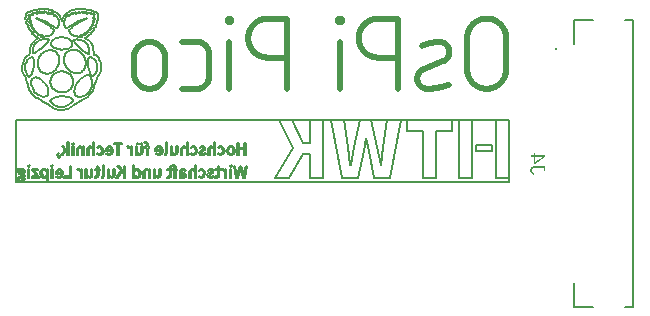
<source format=gbr>
G04 EAGLE Gerber RS-274X export*
G75*
%MOMM*%
%FSLAX34Y34*%
%LPD*%
%INSilkscreen Bottom*%
%IPPOS*%
%AMOC8*
5,1,8,0,0,1.08239X$1,22.5*%
G01*
G04 Define Apertures*
%ADD10C,0.508000*%
%ADD11C,0.152400*%
%ADD12C,0.200000*%
%ADD13C,0.100000*%
G36*
X682530Y726348D02*
X681304Y726348D01*
X681304Y732164D01*
X678510Y732164D01*
X678510Y733653D01*
X681304Y733653D01*
X681304Y735387D01*
X682548Y735387D01*
X682548Y733653D01*
X690851Y733653D01*
X690851Y731998D01*
X682530Y726348D01*
G37*
%LPC*%
G36*
X682548Y727802D02*
X682723Y727942D01*
X683371Y728415D01*
X688031Y731577D01*
X688609Y731919D01*
X689073Y732164D01*
X682548Y732164D01*
X682548Y727802D01*
G37*
%LPD*%
G36*
X681575Y717248D02*
X681183Y717331D01*
X680816Y717435D01*
X680474Y717558D01*
X680158Y717701D01*
X679867Y717864D01*
X679601Y718047D01*
X679360Y718249D01*
X679145Y718472D01*
X678955Y718715D01*
X678791Y718977D01*
X678651Y719260D01*
X678537Y719562D01*
X678449Y719884D01*
X678385Y720226D01*
X678348Y720589D01*
X678335Y720970D01*
X678351Y721382D01*
X678399Y721771D01*
X678480Y722137D01*
X678592Y722481D01*
X678737Y722803D01*
X678914Y723102D01*
X679123Y723379D01*
X679364Y723633D01*
X679633Y723861D01*
X679926Y724058D01*
X680244Y724226D01*
X680585Y724362D01*
X680950Y724469D01*
X681339Y724545D01*
X681752Y724590D01*
X682189Y724605D01*
X690851Y724605D01*
X690851Y720568D01*
X689484Y720568D01*
X689484Y722941D01*
X682154Y722941D01*
X681860Y722933D01*
X681586Y722908D01*
X681329Y722867D01*
X681090Y722810D01*
X680870Y722736D01*
X680668Y722646D01*
X680484Y722539D01*
X680319Y722416D01*
X680172Y722278D01*
X680045Y722129D01*
X679937Y721967D01*
X679849Y721794D01*
X679780Y721608D01*
X679732Y721411D01*
X679702Y721201D01*
X679692Y720979D01*
X679701Y720776D01*
X679728Y720581D01*
X679772Y720395D01*
X679835Y720217D01*
X679915Y720049D01*
X680013Y719889D01*
X680128Y719738D01*
X680262Y719595D01*
X680411Y719464D01*
X680574Y719344D01*
X680752Y719237D01*
X680943Y719142D01*
X681148Y719060D01*
X681367Y718989D01*
X681600Y718932D01*
X681847Y718886D01*
X681575Y717248D01*
G37*
D10*
X657860Y806450D02*
X657860Y832866D01*
X657855Y833268D01*
X657840Y833670D01*
X657816Y834071D01*
X657782Y834472D01*
X657738Y834871D01*
X657684Y835270D01*
X657621Y835667D01*
X657548Y836062D01*
X657465Y836456D01*
X657373Y836847D01*
X657271Y837236D01*
X657160Y837623D01*
X657039Y838006D01*
X656910Y838387D01*
X656771Y838764D01*
X656622Y839138D01*
X656465Y839508D01*
X656299Y839874D01*
X656124Y840236D01*
X655940Y840593D01*
X655748Y840946D01*
X655547Y841294D01*
X655337Y841638D01*
X655119Y841976D01*
X654893Y842308D01*
X654659Y842635D01*
X654418Y842956D01*
X654168Y843272D01*
X653911Y843581D01*
X653646Y843883D01*
X653374Y844180D01*
X653095Y844469D01*
X652809Y844752D01*
X652516Y845027D01*
X652217Y845295D01*
X651911Y845556D01*
X651599Y845810D01*
X651281Y846056D01*
X650956Y846293D01*
X650627Y846523D01*
X650291Y846745D01*
X649951Y846959D01*
X649605Y847164D01*
X649254Y847361D01*
X648899Y847549D01*
X648539Y847729D01*
X648175Y847899D01*
X647807Y848061D01*
X647435Y848214D01*
X647060Y848357D01*
X646681Y848492D01*
X646299Y848617D01*
X645914Y848733D01*
X645526Y848839D01*
X645136Y848936D01*
X644743Y849024D01*
X644349Y849101D01*
X643953Y849170D01*
X643555Y849228D01*
X643156Y849277D01*
X642756Y849316D01*
X642355Y849345D01*
X641953Y849365D01*
X641551Y849375D01*
X641149Y849375D01*
X640747Y849365D01*
X640345Y849345D01*
X639944Y849316D01*
X639544Y849277D01*
X639145Y849228D01*
X638747Y849170D01*
X638351Y849101D01*
X637957Y849024D01*
X637564Y848936D01*
X637174Y848839D01*
X636786Y848733D01*
X636401Y848617D01*
X636019Y848492D01*
X635640Y848357D01*
X635265Y848214D01*
X634893Y848061D01*
X634525Y847899D01*
X634161Y847729D01*
X633801Y847549D01*
X633446Y847361D01*
X633095Y847164D01*
X632749Y846959D01*
X632409Y846745D01*
X632073Y846523D01*
X631744Y846293D01*
X631419Y846056D01*
X631101Y845810D01*
X630789Y845556D01*
X630483Y845295D01*
X630184Y845027D01*
X629891Y844752D01*
X629605Y844469D01*
X629326Y844180D01*
X629054Y843883D01*
X628789Y843581D01*
X628532Y843272D01*
X628282Y842956D01*
X628041Y842635D01*
X627807Y842308D01*
X627581Y841976D01*
X627363Y841638D01*
X627153Y841294D01*
X626952Y840946D01*
X626760Y840593D01*
X626576Y840236D01*
X626401Y839874D01*
X626235Y839508D01*
X626078Y839138D01*
X625929Y838764D01*
X625790Y838387D01*
X625661Y838006D01*
X625540Y837623D01*
X625429Y837236D01*
X625327Y836847D01*
X625235Y836456D01*
X625152Y836062D01*
X625079Y835667D01*
X625016Y835270D01*
X624962Y834871D01*
X624918Y834472D01*
X624884Y834071D01*
X624860Y833670D01*
X624845Y833268D01*
X624840Y832866D01*
X624840Y806450D01*
X624845Y806048D01*
X624860Y805646D01*
X624884Y805245D01*
X624918Y804844D01*
X624962Y804445D01*
X625016Y804046D01*
X625079Y803649D01*
X625152Y803254D01*
X625235Y802860D01*
X625327Y802469D01*
X625429Y802080D01*
X625540Y801693D01*
X625661Y801310D01*
X625790Y800929D01*
X625929Y800552D01*
X626078Y800178D01*
X626235Y799808D01*
X626401Y799442D01*
X626576Y799080D01*
X626760Y798723D01*
X626952Y798370D01*
X627153Y798022D01*
X627363Y797678D01*
X627581Y797340D01*
X627807Y797008D01*
X628041Y796681D01*
X628282Y796360D01*
X628532Y796044D01*
X628789Y795735D01*
X629054Y795433D01*
X629326Y795136D01*
X629605Y794847D01*
X629891Y794564D01*
X630184Y794289D01*
X630483Y794021D01*
X630789Y793760D01*
X631101Y793506D01*
X631419Y793260D01*
X631744Y793023D01*
X632073Y792793D01*
X632409Y792571D01*
X632749Y792357D01*
X633095Y792152D01*
X633446Y791955D01*
X633801Y791767D01*
X634161Y791587D01*
X634525Y791417D01*
X634893Y791255D01*
X635265Y791102D01*
X635640Y790959D01*
X636019Y790824D01*
X636401Y790699D01*
X636786Y790583D01*
X637174Y790477D01*
X637564Y790380D01*
X637957Y790292D01*
X638351Y790215D01*
X638747Y790146D01*
X639145Y790088D01*
X639544Y790039D01*
X639944Y790000D01*
X640345Y789971D01*
X640747Y789951D01*
X641149Y789941D01*
X641551Y789941D01*
X641953Y789951D01*
X642355Y789971D01*
X642756Y790000D01*
X643156Y790039D01*
X643555Y790088D01*
X643953Y790146D01*
X644349Y790215D01*
X644743Y790292D01*
X645136Y790380D01*
X645526Y790477D01*
X645914Y790583D01*
X646299Y790699D01*
X646681Y790824D01*
X647060Y790959D01*
X647435Y791102D01*
X647807Y791255D01*
X648175Y791417D01*
X648539Y791587D01*
X648899Y791767D01*
X649254Y791955D01*
X649605Y792152D01*
X649951Y792357D01*
X650291Y792571D01*
X650627Y792793D01*
X650956Y793023D01*
X651281Y793260D01*
X651599Y793506D01*
X651911Y793760D01*
X652217Y794021D01*
X652516Y794289D01*
X652809Y794564D01*
X653095Y794847D01*
X653374Y795136D01*
X653646Y795433D01*
X653911Y795735D01*
X654168Y796044D01*
X654418Y796360D01*
X654659Y796681D01*
X654893Y797008D01*
X655119Y797340D01*
X655337Y797678D01*
X655547Y798022D01*
X655748Y798370D01*
X655940Y798723D01*
X656124Y799080D01*
X656299Y799442D01*
X656465Y799808D01*
X656622Y800178D01*
X656771Y800552D01*
X656910Y800929D01*
X657039Y801310D01*
X657160Y801693D01*
X657271Y802080D01*
X657373Y802469D01*
X657465Y802860D01*
X657548Y803254D01*
X657621Y803649D01*
X657684Y804046D01*
X657738Y804445D01*
X657782Y804844D01*
X657816Y805245D01*
X657840Y805646D01*
X657855Y806048D01*
X657860Y806450D01*
X604444Y813054D02*
X587934Y806450D01*
X604444Y813053D02*
X604636Y813133D01*
X604827Y813218D01*
X605015Y813307D01*
X605202Y813400D01*
X605386Y813498D01*
X605567Y813601D01*
X605746Y813708D01*
X605922Y813819D01*
X606096Y813935D01*
X606266Y814054D01*
X606434Y814178D01*
X606599Y814306D01*
X606760Y814438D01*
X606918Y814574D01*
X607073Y814713D01*
X607225Y814856D01*
X607372Y815003D01*
X607517Y815154D01*
X607657Y815308D01*
X607794Y815465D01*
X607927Y815626D01*
X608056Y815789D01*
X608181Y815956D01*
X608301Y816126D01*
X608418Y816299D01*
X608530Y816475D01*
X608638Y816653D01*
X608742Y816834D01*
X608841Y817017D01*
X608936Y817202D01*
X609027Y817390D01*
X609112Y817580D01*
X609193Y817772D01*
X609269Y817966D01*
X609341Y818162D01*
X609408Y818360D01*
X609470Y818559D01*
X609527Y818759D01*
X609579Y818961D01*
X609626Y819164D01*
X609668Y819368D01*
X609706Y819573D01*
X609738Y819779D01*
X609765Y819986D01*
X609788Y820193D01*
X609805Y820401D01*
X609817Y820609D01*
X609824Y820817D01*
X609826Y821026D01*
X609823Y821234D01*
X609815Y821442D01*
X609801Y821650D01*
X609783Y821858D01*
X609760Y822065D01*
X609732Y822272D01*
X609698Y822477D01*
X609660Y822682D01*
X609616Y822886D01*
X609568Y823089D01*
X609515Y823290D01*
X609457Y823490D01*
X609394Y823689D01*
X609326Y823886D01*
X609253Y824082D01*
X609176Y824275D01*
X609094Y824467D01*
X609007Y824656D01*
X608916Y824844D01*
X608820Y825029D01*
X608720Y825212D01*
X608615Y825392D01*
X608506Y825570D01*
X608393Y825745D01*
X608276Y825917D01*
X608154Y826086D01*
X608028Y826252D01*
X607898Y826415D01*
X607765Y826575D01*
X607627Y826732D01*
X607486Y826885D01*
X607341Y827035D01*
X607192Y827181D01*
X607040Y827323D01*
X606884Y827462D01*
X606725Y827597D01*
X606563Y827728D01*
X606398Y827855D01*
X606230Y827978D01*
X606058Y828097D01*
X605884Y828211D01*
X605708Y828322D01*
X605528Y828428D01*
X605346Y828529D01*
X605162Y828626D01*
X604975Y828719D01*
X604786Y828807D01*
X604595Y828890D01*
X604402Y828969D01*
X604207Y829043D01*
X604011Y829113D01*
X603812Y829177D01*
X603613Y829237D01*
X603411Y829291D01*
X603209Y829341D01*
X603005Y829386D01*
X602801Y829426D01*
X602595Y829461D01*
X602389Y829491D01*
X602182Y829516D01*
X601975Y829535D01*
X601767Y829550D01*
X601559Y829560D01*
X601350Y829565D01*
X601142Y829564D01*
X601141Y829564D02*
X600240Y829540D01*
X599340Y829495D01*
X598440Y829428D01*
X597543Y829339D01*
X596648Y829229D01*
X595756Y829098D01*
X594868Y828945D01*
X593983Y828770D01*
X593103Y828575D01*
X592228Y828358D01*
X591358Y828120D01*
X590494Y827862D01*
X589637Y827583D01*
X588787Y827283D01*
X587944Y826963D01*
X587109Y826622D01*
X586282Y826262D01*
X587934Y806451D02*
X587742Y806371D01*
X587551Y806286D01*
X587363Y806197D01*
X587176Y806104D01*
X586992Y806006D01*
X586811Y805903D01*
X586632Y805796D01*
X586456Y805685D01*
X586282Y805569D01*
X586112Y805450D01*
X585944Y805326D01*
X585779Y805198D01*
X585618Y805066D01*
X585460Y804930D01*
X585305Y804791D01*
X585153Y804648D01*
X585006Y804501D01*
X584861Y804350D01*
X584721Y804196D01*
X584584Y804039D01*
X584451Y803878D01*
X584322Y803715D01*
X584197Y803548D01*
X584077Y803378D01*
X583960Y803205D01*
X583848Y803029D01*
X583740Y802851D01*
X583636Y802670D01*
X583537Y802487D01*
X583442Y802302D01*
X583351Y802114D01*
X583266Y801924D01*
X583185Y801732D01*
X583109Y801538D01*
X583037Y801342D01*
X582970Y801144D01*
X582908Y800945D01*
X582851Y800745D01*
X582799Y800543D01*
X582752Y800340D01*
X582710Y800136D01*
X582672Y799931D01*
X582640Y799725D01*
X582613Y799518D01*
X582590Y799311D01*
X582573Y799103D01*
X582561Y798895D01*
X582554Y798687D01*
X582552Y798478D01*
X582555Y798270D01*
X582563Y798062D01*
X582577Y797854D01*
X582595Y797646D01*
X582618Y797439D01*
X582646Y797232D01*
X582680Y797027D01*
X582718Y796822D01*
X582762Y796618D01*
X582810Y796415D01*
X582863Y796214D01*
X582921Y796014D01*
X582984Y795815D01*
X583052Y795618D01*
X583125Y795422D01*
X583202Y795229D01*
X583284Y795037D01*
X583371Y794848D01*
X583462Y794660D01*
X583558Y794475D01*
X583658Y794292D01*
X583763Y794112D01*
X583872Y793934D01*
X583985Y793759D01*
X584102Y793587D01*
X584224Y793418D01*
X584350Y793252D01*
X584480Y793089D01*
X584613Y792929D01*
X584751Y792772D01*
X584892Y792619D01*
X585037Y792469D01*
X585186Y792323D01*
X585338Y792181D01*
X585494Y792042D01*
X585653Y791907D01*
X585815Y791776D01*
X585980Y791649D01*
X586148Y791526D01*
X586320Y791407D01*
X586494Y791293D01*
X586670Y791182D01*
X586850Y791076D01*
X587032Y790975D01*
X587216Y790878D01*
X587403Y790785D01*
X587592Y790697D01*
X587783Y790614D01*
X587976Y790535D01*
X588171Y790461D01*
X588367Y790391D01*
X588566Y790327D01*
X588765Y790267D01*
X588967Y790213D01*
X589169Y790163D01*
X589373Y790118D01*
X589577Y790078D01*
X589783Y790043D01*
X589989Y790013D01*
X590196Y789988D01*
X590403Y789969D01*
X590611Y789954D01*
X590819Y789944D01*
X591028Y789939D01*
X591236Y789940D01*
X591236Y789941D02*
X592560Y789975D01*
X593883Y790041D01*
X595204Y790138D01*
X596522Y790267D01*
X597837Y790426D01*
X599147Y790617D01*
X600453Y790838D01*
X601753Y791091D01*
X603047Y791374D01*
X604334Y791687D01*
X605613Y792031D01*
X606884Y792405D01*
X608145Y792809D01*
X609397Y793243D01*
X566052Y789940D02*
X566052Y849376D01*
X549542Y849376D01*
X549140Y849371D01*
X548738Y849356D01*
X548337Y849332D01*
X547936Y849298D01*
X547537Y849254D01*
X547138Y849200D01*
X546741Y849137D01*
X546346Y849064D01*
X545952Y848981D01*
X545561Y848889D01*
X545172Y848787D01*
X544785Y848676D01*
X544402Y848555D01*
X544021Y848426D01*
X543644Y848287D01*
X543270Y848138D01*
X542900Y847981D01*
X542534Y847815D01*
X542172Y847640D01*
X541815Y847456D01*
X541462Y847264D01*
X541114Y847063D01*
X540770Y846853D01*
X540432Y846635D01*
X540100Y846409D01*
X539773Y846175D01*
X539452Y845934D01*
X539136Y845684D01*
X538827Y845427D01*
X538525Y845162D01*
X538228Y844890D01*
X537939Y844611D01*
X537656Y844325D01*
X537381Y844032D01*
X537113Y843733D01*
X536852Y843427D01*
X536598Y843115D01*
X536352Y842797D01*
X536115Y842472D01*
X535885Y842143D01*
X535663Y841807D01*
X535449Y841467D01*
X535244Y841121D01*
X535047Y840770D01*
X534859Y840415D01*
X534679Y840055D01*
X534509Y839691D01*
X534347Y839323D01*
X534194Y838951D01*
X534051Y838576D01*
X533916Y838197D01*
X533791Y837815D01*
X533675Y837430D01*
X533569Y837042D01*
X533472Y836652D01*
X533384Y836259D01*
X533307Y835865D01*
X533238Y835469D01*
X533180Y835071D01*
X533131Y834672D01*
X533092Y834272D01*
X533063Y833871D01*
X533043Y833469D01*
X533033Y833067D01*
X533033Y832665D01*
X533043Y832263D01*
X533063Y831861D01*
X533092Y831460D01*
X533131Y831060D01*
X533180Y830661D01*
X533238Y830263D01*
X533307Y829867D01*
X533384Y829473D01*
X533472Y829080D01*
X533569Y828690D01*
X533675Y828302D01*
X533791Y827917D01*
X533916Y827535D01*
X534051Y827156D01*
X534194Y826781D01*
X534347Y826409D01*
X534509Y826041D01*
X534679Y825677D01*
X534859Y825317D01*
X535047Y824962D01*
X535244Y824611D01*
X535449Y824265D01*
X535663Y823925D01*
X535885Y823589D01*
X536115Y823260D01*
X536352Y822935D01*
X536598Y822617D01*
X536852Y822305D01*
X537113Y821999D01*
X537381Y821700D01*
X537656Y821407D01*
X537939Y821121D01*
X538228Y820842D01*
X538525Y820570D01*
X538827Y820305D01*
X539136Y820048D01*
X539452Y819798D01*
X539773Y819557D01*
X540100Y819323D01*
X540432Y819097D01*
X540770Y818879D01*
X541114Y818669D01*
X541462Y818468D01*
X541815Y818276D01*
X542172Y818092D01*
X542534Y817917D01*
X542900Y817751D01*
X543270Y817594D01*
X543644Y817445D01*
X544021Y817306D01*
X544402Y817177D01*
X544785Y817056D01*
X545172Y816945D01*
X545561Y816843D01*
X545952Y816751D01*
X546346Y816668D01*
X546741Y816595D01*
X547138Y816532D01*
X547537Y816478D01*
X547936Y816434D01*
X548337Y816400D01*
X548738Y816376D01*
X549140Y816361D01*
X549542Y816356D01*
X566052Y816356D01*
X517157Y829564D02*
X517157Y789940D01*
X518808Y846074D02*
X518808Y849376D01*
X515506Y849376D01*
X515506Y846074D01*
X518808Y846074D01*
X472503Y849376D02*
X472503Y789940D01*
X472503Y849376D02*
X455993Y849376D01*
X455591Y849371D01*
X455189Y849356D01*
X454788Y849332D01*
X454387Y849298D01*
X453988Y849254D01*
X453589Y849200D01*
X453192Y849137D01*
X452797Y849064D01*
X452403Y848981D01*
X452012Y848889D01*
X451623Y848787D01*
X451236Y848676D01*
X450853Y848555D01*
X450472Y848426D01*
X450095Y848287D01*
X449721Y848138D01*
X449351Y847981D01*
X448985Y847815D01*
X448623Y847640D01*
X448266Y847456D01*
X447913Y847264D01*
X447565Y847063D01*
X447221Y846853D01*
X446883Y846635D01*
X446551Y846409D01*
X446224Y846175D01*
X445903Y845934D01*
X445587Y845684D01*
X445278Y845427D01*
X444976Y845162D01*
X444679Y844890D01*
X444390Y844611D01*
X444107Y844325D01*
X443832Y844032D01*
X443564Y843733D01*
X443303Y843427D01*
X443049Y843115D01*
X442803Y842797D01*
X442566Y842472D01*
X442336Y842143D01*
X442114Y841807D01*
X441900Y841467D01*
X441695Y841121D01*
X441498Y840770D01*
X441310Y840415D01*
X441130Y840055D01*
X440960Y839691D01*
X440798Y839323D01*
X440645Y838951D01*
X440502Y838576D01*
X440367Y838197D01*
X440242Y837815D01*
X440126Y837430D01*
X440020Y837042D01*
X439923Y836652D01*
X439835Y836259D01*
X439758Y835865D01*
X439689Y835469D01*
X439631Y835071D01*
X439582Y834672D01*
X439543Y834272D01*
X439514Y833871D01*
X439494Y833469D01*
X439484Y833067D01*
X439484Y832665D01*
X439494Y832263D01*
X439514Y831861D01*
X439543Y831460D01*
X439582Y831060D01*
X439631Y830661D01*
X439689Y830263D01*
X439758Y829867D01*
X439835Y829473D01*
X439923Y829080D01*
X440020Y828690D01*
X440126Y828302D01*
X440242Y827917D01*
X440367Y827535D01*
X440502Y827156D01*
X440645Y826781D01*
X440798Y826409D01*
X440960Y826041D01*
X441130Y825677D01*
X441310Y825317D01*
X441498Y824962D01*
X441695Y824611D01*
X441900Y824265D01*
X442114Y823925D01*
X442336Y823589D01*
X442566Y823260D01*
X442803Y822935D01*
X443049Y822617D01*
X443303Y822305D01*
X443564Y821999D01*
X443832Y821700D01*
X444107Y821407D01*
X444390Y821121D01*
X444679Y820842D01*
X444976Y820570D01*
X445278Y820305D01*
X445587Y820048D01*
X445903Y819798D01*
X446224Y819557D01*
X446551Y819323D01*
X446883Y819097D01*
X447221Y818879D01*
X447565Y818669D01*
X447913Y818468D01*
X448266Y818276D01*
X448623Y818092D01*
X448985Y817917D01*
X449351Y817751D01*
X449721Y817594D01*
X450095Y817445D01*
X450472Y817306D01*
X450853Y817177D01*
X451236Y817056D01*
X451623Y816945D01*
X452012Y816843D01*
X452403Y816751D01*
X452797Y816668D01*
X453192Y816595D01*
X453589Y816532D01*
X453988Y816478D01*
X454387Y816434D01*
X454788Y816400D01*
X455189Y816376D01*
X455591Y816361D01*
X455993Y816356D01*
X472503Y816356D01*
X423608Y829564D02*
X423608Y789940D01*
X425259Y846074D02*
X425259Y849376D01*
X421957Y849376D01*
X421957Y846074D01*
X425259Y846074D01*
X396281Y789940D02*
X383073Y789940D01*
X396281Y789940D02*
X396520Y789943D01*
X396760Y789952D01*
X396999Y789966D01*
X397237Y789986D01*
X397475Y790012D01*
X397712Y790044D01*
X397949Y790081D01*
X398184Y790125D01*
X398419Y790173D01*
X398652Y790228D01*
X398883Y790288D01*
X399114Y790354D01*
X399342Y790425D01*
X399569Y790502D01*
X399794Y790584D01*
X400017Y790671D01*
X400237Y790764D01*
X400455Y790863D01*
X400671Y790966D01*
X400885Y791075D01*
X401095Y791188D01*
X401303Y791307D01*
X401508Y791431D01*
X401710Y791560D01*
X401908Y791694D01*
X402104Y791832D01*
X402296Y791975D01*
X402484Y792123D01*
X402669Y792275D01*
X402850Y792431D01*
X403027Y792592D01*
X403200Y792757D01*
X403370Y792927D01*
X403535Y793100D01*
X403696Y793277D01*
X403852Y793458D01*
X404004Y793643D01*
X404152Y793831D01*
X404295Y794023D01*
X404433Y794219D01*
X404567Y794417D01*
X404696Y794619D01*
X404820Y794824D01*
X404939Y795032D01*
X405052Y795242D01*
X405161Y795456D01*
X405264Y795672D01*
X405363Y795890D01*
X405456Y796110D01*
X405543Y796333D01*
X405625Y796558D01*
X405702Y796785D01*
X405773Y797013D01*
X405839Y797244D01*
X405899Y797475D01*
X405954Y797708D01*
X406002Y797943D01*
X406046Y798178D01*
X406083Y798415D01*
X406115Y798652D01*
X406141Y798890D01*
X406161Y799128D01*
X406175Y799367D01*
X406184Y799607D01*
X406187Y799846D01*
X406187Y819658D01*
X406184Y819897D01*
X406175Y820137D01*
X406161Y820376D01*
X406141Y820614D01*
X406115Y820852D01*
X406083Y821089D01*
X406046Y821326D01*
X406002Y821561D01*
X405954Y821796D01*
X405899Y822029D01*
X405839Y822260D01*
X405773Y822491D01*
X405702Y822719D01*
X405625Y822946D01*
X405543Y823171D01*
X405456Y823394D01*
X405363Y823614D01*
X405264Y823832D01*
X405161Y824048D01*
X405052Y824262D01*
X404939Y824472D01*
X404820Y824680D01*
X404696Y824885D01*
X404567Y825087D01*
X404433Y825285D01*
X404295Y825481D01*
X404152Y825673D01*
X404004Y825861D01*
X403852Y826046D01*
X403696Y826227D01*
X403535Y826404D01*
X403370Y826577D01*
X403200Y826747D01*
X403027Y826912D01*
X402850Y827073D01*
X402669Y827229D01*
X402484Y827381D01*
X402296Y827529D01*
X402104Y827672D01*
X401908Y827810D01*
X401710Y827944D01*
X401508Y828073D01*
X401303Y828197D01*
X401095Y828316D01*
X400885Y828429D01*
X400671Y828538D01*
X400455Y828641D01*
X400237Y828740D01*
X400017Y828833D01*
X399794Y828920D01*
X399569Y829002D01*
X399342Y829079D01*
X399114Y829150D01*
X398883Y829216D01*
X398652Y829276D01*
X398419Y829331D01*
X398184Y829379D01*
X397949Y829423D01*
X397712Y829460D01*
X397475Y829492D01*
X397237Y829518D01*
X396999Y829538D01*
X396760Y829552D01*
X396520Y829561D01*
X396281Y829564D01*
X383073Y829564D01*
X369075Y816356D02*
X369075Y803148D01*
X369075Y816356D02*
X369071Y816678D01*
X369059Y816999D01*
X369040Y817320D01*
X369012Y817641D01*
X368977Y817960D01*
X368934Y818279D01*
X368884Y818597D01*
X368825Y818913D01*
X368759Y819228D01*
X368685Y819541D01*
X368604Y819852D01*
X368515Y820161D01*
X368419Y820468D01*
X368315Y820773D01*
X368203Y821074D01*
X368085Y821373D01*
X367959Y821669D01*
X367826Y821962D01*
X367686Y822252D01*
X367539Y822538D01*
X367385Y822820D01*
X367224Y823099D01*
X367057Y823373D01*
X366882Y823644D01*
X366702Y823910D01*
X366515Y824171D01*
X366321Y824428D01*
X366121Y824681D01*
X365916Y824928D01*
X365704Y825170D01*
X365486Y825407D01*
X365263Y825638D01*
X365034Y825864D01*
X364800Y826085D01*
X364561Y826300D01*
X364316Y826508D01*
X364066Y826711D01*
X363811Y826908D01*
X363552Y827098D01*
X363288Y827282D01*
X363020Y827459D01*
X362748Y827630D01*
X362471Y827794D01*
X362191Y827952D01*
X361906Y828102D01*
X361618Y828246D01*
X361327Y828383D01*
X361033Y828512D01*
X360735Y828634D01*
X360435Y828749D01*
X360132Y828857D01*
X359826Y828957D01*
X359518Y829049D01*
X359208Y829135D01*
X358896Y829212D01*
X358582Y829282D01*
X358266Y829344D01*
X357949Y829399D01*
X357631Y829446D01*
X357312Y829485D01*
X356991Y829516D01*
X356671Y829540D01*
X356349Y829555D01*
X356028Y829563D01*
X355706Y829563D01*
X355385Y829555D01*
X355063Y829540D01*
X354743Y829516D01*
X354422Y829485D01*
X354103Y829446D01*
X353785Y829399D01*
X353468Y829344D01*
X353152Y829282D01*
X352838Y829212D01*
X352526Y829135D01*
X352216Y829049D01*
X351908Y828957D01*
X351602Y828857D01*
X351299Y828749D01*
X350999Y828634D01*
X350701Y828512D01*
X350407Y828383D01*
X350116Y828246D01*
X349828Y828102D01*
X349543Y827952D01*
X349263Y827794D01*
X348986Y827630D01*
X348714Y827459D01*
X348446Y827282D01*
X348182Y827098D01*
X347923Y826908D01*
X347668Y826711D01*
X347418Y826508D01*
X347173Y826300D01*
X346934Y826085D01*
X346700Y825864D01*
X346471Y825638D01*
X346248Y825407D01*
X346030Y825170D01*
X345818Y824928D01*
X345613Y824681D01*
X345413Y824428D01*
X345219Y824171D01*
X345032Y823910D01*
X344852Y823644D01*
X344677Y823373D01*
X344510Y823099D01*
X344349Y822820D01*
X344195Y822538D01*
X344048Y822252D01*
X343908Y821962D01*
X343775Y821669D01*
X343649Y821373D01*
X343531Y821074D01*
X343419Y820773D01*
X343315Y820468D01*
X343219Y820161D01*
X343130Y819852D01*
X343049Y819541D01*
X342975Y819228D01*
X342909Y818913D01*
X342850Y818597D01*
X342800Y818279D01*
X342757Y817960D01*
X342722Y817641D01*
X342694Y817320D01*
X342675Y816999D01*
X342663Y816678D01*
X342659Y816356D01*
X342659Y803148D01*
X342663Y802826D01*
X342675Y802505D01*
X342694Y802184D01*
X342722Y801863D01*
X342757Y801544D01*
X342800Y801225D01*
X342850Y800907D01*
X342909Y800591D01*
X342975Y800276D01*
X343049Y799963D01*
X343130Y799652D01*
X343219Y799343D01*
X343315Y799036D01*
X343419Y798731D01*
X343531Y798430D01*
X343649Y798131D01*
X343775Y797835D01*
X343908Y797542D01*
X344048Y797252D01*
X344195Y796966D01*
X344349Y796684D01*
X344510Y796405D01*
X344677Y796131D01*
X344852Y795860D01*
X345032Y795594D01*
X345219Y795333D01*
X345413Y795076D01*
X345613Y794823D01*
X345818Y794576D01*
X346030Y794334D01*
X346248Y794097D01*
X346471Y793866D01*
X346700Y793640D01*
X346934Y793419D01*
X347173Y793204D01*
X347418Y792996D01*
X347668Y792793D01*
X347923Y792596D01*
X348182Y792406D01*
X348446Y792222D01*
X348714Y792045D01*
X348986Y791874D01*
X349263Y791710D01*
X349543Y791552D01*
X349828Y791402D01*
X350116Y791258D01*
X350407Y791121D01*
X350701Y790992D01*
X350999Y790870D01*
X351299Y790755D01*
X351602Y790647D01*
X351908Y790547D01*
X352216Y790455D01*
X352526Y790369D01*
X352838Y790292D01*
X353152Y790222D01*
X353468Y790160D01*
X353785Y790105D01*
X354103Y790058D01*
X354422Y790019D01*
X354743Y789988D01*
X355063Y789964D01*
X355385Y789949D01*
X355706Y789941D01*
X356028Y789941D01*
X356349Y789949D01*
X356671Y789964D01*
X356991Y789988D01*
X357312Y790019D01*
X357631Y790058D01*
X357949Y790105D01*
X358266Y790160D01*
X358582Y790222D01*
X358896Y790292D01*
X359208Y790369D01*
X359518Y790455D01*
X359826Y790547D01*
X360132Y790647D01*
X360435Y790755D01*
X360735Y790870D01*
X361033Y790992D01*
X361327Y791121D01*
X361618Y791258D01*
X361906Y791402D01*
X362191Y791552D01*
X362471Y791710D01*
X362748Y791874D01*
X363020Y792045D01*
X363288Y792222D01*
X363552Y792406D01*
X363811Y792596D01*
X364066Y792793D01*
X364316Y792996D01*
X364561Y793204D01*
X364800Y793419D01*
X365034Y793640D01*
X365263Y793866D01*
X365486Y794097D01*
X365704Y794334D01*
X365916Y794576D01*
X366121Y794823D01*
X366321Y795076D01*
X366515Y795333D01*
X366702Y795594D01*
X366882Y795860D01*
X367057Y796131D01*
X367224Y796405D01*
X367385Y796684D01*
X367539Y796966D01*
X367686Y797252D01*
X367826Y797542D01*
X367959Y797835D01*
X368085Y798131D01*
X368203Y798430D01*
X368315Y798731D01*
X368419Y799036D01*
X368515Y799343D01*
X368604Y799652D01*
X368685Y799963D01*
X368759Y800276D01*
X368825Y800591D01*
X368884Y800907D01*
X368934Y801225D01*
X368977Y801544D01*
X369012Y801863D01*
X369040Y802184D01*
X369059Y802505D01*
X369071Y802826D01*
X369075Y803148D01*
D11*
X248089Y806415D02*
X248021Y807878D01*
X248089Y806415D02*
X248336Y804932D01*
X248021Y807878D02*
X248116Y809311D01*
X248336Y804932D02*
X248776Y803442D01*
X248116Y809311D02*
X248358Y810700D01*
X248732Y812036D01*
X248776Y803442D02*
X249426Y801955D01*
X248732Y812036D02*
X249223Y813305D01*
X249426Y801955D02*
X250300Y800484D01*
X249223Y813305D02*
X249814Y814497D01*
X250300Y800484D02*
X251415Y799039D01*
X249814Y814497D02*
X250490Y815599D01*
X250607Y809462D02*
X250509Y808265D01*
X250543Y807080D01*
X250607Y809462D02*
X250846Y810656D01*
X250543Y807080D02*
X250700Y805921D01*
X250892Y849419D02*
X250842Y849849D01*
X251234Y811831D02*
X250846Y810656D01*
X250842Y849849D02*
X250884Y850232D01*
X250892Y849419D02*
X251050Y848923D01*
X250700Y805921D02*
X250971Y804804D01*
X250884Y850232D02*
X251004Y850588D01*
X251139Y852038D02*
X251048Y852751D01*
X251050Y848923D02*
X251751Y847654D01*
X251415Y851297D02*
X251139Y852038D01*
X251048Y852751D02*
X251141Y853409D01*
X251780Y812973D02*
X251234Y811831D01*
X250490Y815599D02*
X251237Y816600D01*
X250971Y804804D02*
X251348Y803744D01*
X251415Y799039D02*
X251723Y797413D01*
X251004Y850588D02*
X251415Y851297D01*
X251141Y853409D02*
X251420Y853986D01*
X251425Y846686D02*
X251502Y846294D01*
X251425Y846686D02*
X251441Y847052D01*
X251502Y846294D02*
X251673Y845886D01*
X251441Y847052D02*
X251550Y847378D01*
X251673Y845886D02*
X251936Y845474D01*
X251723Y797413D02*
X252121Y795940D01*
X251550Y847378D02*
X251751Y847654D01*
X252493Y814066D02*
X251780Y812973D01*
X251348Y803744D02*
X251822Y802756D01*
X251420Y853986D02*
X251885Y854454D01*
X251936Y845474D02*
X252294Y845069D01*
X252038Y817489D02*
X251237Y816600D01*
X252121Y795940D02*
X253069Y793084D01*
X252746Y844683D02*
X252294Y845069D01*
X251822Y802756D02*
X252385Y801854D01*
X252493Y814066D02*
X253381Y815096D01*
X251885Y854454D02*
X252536Y854787D01*
X252625Y843750D02*
X252668Y843319D01*
X252785Y842908D01*
X252625Y843750D02*
X252746Y844683D01*
X252785Y842908D02*
X252979Y842511D01*
X252877Y818254D02*
X252038Y817489D01*
X253255Y842126D02*
X252979Y842511D01*
X252385Y801854D02*
X253027Y801053D01*
X253069Y793084D02*
X253315Y791705D01*
X253069Y849644D02*
X254722Y849644D01*
X253255Y842126D02*
X254064Y841375D01*
X253315Y791705D02*
X253671Y790419D01*
X253362Y849082D02*
X253069Y849644D01*
X252536Y854787D02*
X253374Y854958D01*
X254453Y816048D02*
X253381Y815096D01*
X253405Y852615D02*
X257371Y852615D01*
X253671Y790419D02*
X254122Y789223D01*
X253721Y848625D02*
X253362Y849082D01*
X253027Y801053D02*
X253741Y800370D01*
X252877Y818254D02*
X253741Y818883D01*
X254235Y846813D02*
X253741Y846995D01*
X254043Y840785D02*
X254191Y840253D01*
X254043Y840785D02*
X254064Y841375D01*
X254068Y851376D02*
X253405Y852615D01*
X253741Y800370D02*
X254078Y800304D01*
X254122Y789223D02*
X254653Y788117D01*
X254463Y839776D02*
X254191Y840253D01*
X254729Y846753D02*
X254235Y846813D01*
X253741Y846995D02*
X254292Y846109D01*
X254399Y819878D02*
X253741Y818883D01*
X254399Y854940D02*
X253374Y854958D01*
X254408Y800351D02*
X254078Y800304D01*
X254428Y850571D02*
X254068Y851376D01*
X254438Y821255D02*
X254399Y819878D01*
X255717Y816907D02*
X254453Y816048D01*
X254811Y839349D02*
X254463Y839776D01*
X254524Y847946D02*
X253721Y848625D01*
X254550Y822536D02*
X254438Y821255D01*
X254653Y788117D02*
X255250Y787100D01*
X254722Y843688D02*
X256376Y843688D01*
X254722Y849644D02*
X254428Y850571D01*
X254729Y846753D02*
X255223Y846813D01*
X254731Y800503D02*
X254408Y800351D01*
X254550Y822536D02*
X254733Y823726D01*
X255555Y838630D02*
X254811Y839349D01*
X254399Y854940D02*
X254842Y855472D01*
X254292Y846109D02*
X254937Y845346D01*
X254983Y824830D02*
X254733Y823726D01*
X255044Y800753D02*
X254731Y800503D01*
X255223Y846813D02*
X255717Y846995D01*
X255250Y787100D02*
X255899Y786171D01*
X255262Y847454D02*
X254524Y847946D01*
X255298Y825852D02*
X254983Y824830D01*
X254842Y855472D02*
X255392Y855844D01*
X255262Y847454D02*
X255538Y847230D01*
X255555Y838630D02*
X256053Y838068D01*
X255640Y801515D02*
X255044Y800753D01*
X255643Y844580D02*
X254937Y845346D01*
X255673Y826798D02*
X255298Y825852D01*
X256100Y816971D02*
X255717Y816907D01*
X255717Y846995D02*
X255538Y847230D01*
X255910Y796332D02*
X255804Y794989D01*
X255899Y786171D02*
X256584Y785329D01*
X255910Y796332D02*
X256217Y797481D01*
X255804Y794989D02*
X255915Y793491D01*
X255392Y855844D02*
X256003Y856084D01*
X256053Y838068D02*
X256328Y837327D01*
X256053Y841040D02*
X257001Y841081D01*
X256100Y816971D02*
X256444Y816923D01*
X255673Y826798D02*
X256105Y827672D01*
X256186Y802578D02*
X255640Y801515D01*
X256215Y842531D02*
X254722Y843688D01*
X256709Y798396D02*
X256217Y797481D01*
X255915Y793491D02*
X256259Y791878D01*
X256793Y836618D02*
X256328Y837327D01*
X256376Y843688D02*
X255643Y844580D01*
X256376Y853946D02*
X257606Y854077D01*
X256444Y816923D02*
X256749Y816770D01*
X256584Y785329D02*
X257292Y784573D01*
X256105Y827672D02*
X256591Y828479D01*
X256003Y856084D02*
X256630Y856219D01*
X256674Y803881D02*
X256186Y802578D01*
X257020Y798754D02*
X256709Y798396D01*
X257016Y816520D02*
X256749Y816770D01*
X257153Y836285D02*
X256793Y836618D01*
X256259Y791878D02*
X256851Y790187D01*
X257001Y841081D02*
X257399Y841181D01*
X257016Y816520D02*
X257443Y815756D01*
X257371Y799039D02*
X257020Y798754D01*
X257043Y840357D02*
X256053Y841040D01*
X257061Y821987D02*
X257048Y820537D01*
X257061Y821987D02*
X257222Y823355D01*
X257096Y805365D02*
X256674Y803881D01*
X257123Y820277D02*
X257048Y820537D01*
X257630Y835971D02*
X257153Y836285D01*
X257522Y824638D02*
X257222Y823355D01*
X257123Y820277D02*
X257282Y820114D01*
X257292Y784573D02*
X258716Y783315D01*
X257371Y799039D02*
X257886Y799304D01*
X257371Y852615D02*
X256376Y853946D01*
X257707Y841375D02*
X257399Y841181D01*
X257442Y806969D02*
X257096Y805365D01*
X257734Y814691D02*
X257443Y815756D01*
X257521Y820043D02*
X257282Y820114D01*
X257522Y824638D02*
X257954Y825832D01*
X258774Y854025D02*
X257606Y854077D01*
X257630Y835971D02*
X258246Y835682D01*
X257704Y808633D02*
X257442Y806969D01*
X256851Y790187D02*
X257707Y788459D01*
X257707Y841375D02*
X256215Y842531D01*
X257711Y829911D02*
X256591Y828479D01*
X257734Y814691D02*
X257896Y813387D01*
X256630Y856219D02*
X257744Y856285D01*
X257832Y820057D02*
X257521Y820043D01*
X257872Y810298D02*
X257704Y808633D01*
X258436Y799479D02*
X257886Y799304D01*
X257940Y811902D02*
X257896Y813387D01*
X257940Y811902D02*
X257872Y810298D01*
X257954Y825832D02*
X258510Y826933D01*
X258036Y839762D02*
X257043Y840357D01*
X258246Y835682D02*
X259025Y835420D01*
X259192Y838444D02*
X258366Y838404D01*
X258366Y856258D02*
X257744Y856285D01*
X257707Y788459D02*
X258406Y787519D01*
X258436Y799479D02*
X259015Y799569D01*
X258510Y826933D02*
X259182Y827936D01*
X258645Y820318D02*
X257832Y820057D01*
X258366Y856258D02*
X258689Y856550D01*
X258716Y783315D02*
X260054Y782390D01*
X258768Y838060D02*
X258366Y838404D01*
X259819Y853849D02*
X258774Y854025D01*
X259005Y831134D02*
X257711Y829911D01*
X259015Y799569D02*
X259621Y799577D01*
X259195Y834859D02*
X259025Y835420D01*
X258406Y787519D02*
X259137Y786684D01*
X259182Y827936D02*
X259963Y828839D01*
X259192Y838444D02*
X260019Y838727D01*
X259195Y834859D02*
X259445Y834408D01*
X258689Y856550D02*
X259196Y856840D01*
X258768Y838060D02*
X259225Y837766D01*
X259445Y834408D02*
X259766Y834050D01*
X259621Y799577D02*
X260891Y799365D01*
X258645Y820318D02*
X259674Y820852D01*
X262617Y848411D02*
X259683Y849980D01*
X259766Y834050D02*
X260144Y833769D01*
X260678Y853610D02*
X259819Y853849D01*
X259137Y786684D02*
X259894Y785951D01*
X259196Y856840D02*
X259950Y857003D01*
X260844Y829637D02*
X259963Y828839D01*
X260019Y838727D02*
X258036Y839762D01*
X263662Y853946D02*
X260019Y854940D01*
X260054Y782390D02*
X261191Y781790D01*
X261028Y833378D02*
X260144Y833769D01*
X260270Y837283D02*
X259225Y837766D01*
X259950Y857003D02*
X260439Y856999D01*
X260447Y832187D02*
X259005Y831134D01*
X260493Y854638D02*
X260019Y854940D01*
X259894Y785951D02*
X260669Y785314D01*
X260678Y853610D02*
X260866Y853749D01*
X260843Y854275D02*
X260493Y854638D01*
X261819Y830326D02*
X260844Y829637D01*
X260866Y853749D02*
X260946Y853912D01*
X260868Y821613D02*
X259674Y820852D01*
X260891Y799365D02*
X262211Y798875D01*
X260933Y854090D02*
X260843Y854275D01*
X260933Y854090D02*
X260946Y853912D01*
X261014Y856917D02*
X260439Y856999D01*
X261028Y833378D02*
X262009Y833107D01*
X261162Y811792D02*
X261148Y810843D01*
X261162Y811792D02*
X261259Y812754D01*
X261191Y781790D02*
X262009Y781508D01*
X261216Y809916D02*
X261148Y810843D01*
X261259Y812754D02*
X261438Y813725D01*
X261337Y835756D02*
X261781Y835811D01*
X261216Y809916D02*
X261365Y809015D01*
X261014Y856917D02*
X261402Y857244D01*
X261700Y814698D02*
X261438Y813725D01*
X260669Y785314D02*
X261456Y784771D01*
X261595Y808148D02*
X261365Y809015D01*
X261700Y814698D02*
X262046Y815667D01*
X261781Y835811D02*
X262128Y835959D01*
X261402Y857244D02*
X261816Y857482D01*
X262880Y830903D02*
X261819Y830326D01*
X261595Y808148D02*
X261905Y807321D01*
X261969Y835551D02*
X261337Y835756D01*
X262009Y781508D02*
X263816Y780086D01*
X260447Y832187D02*
X262009Y833107D01*
X262025Y849187D02*
X259683Y849980D01*
X262476Y816625D02*
X262046Y815667D01*
X262128Y835959D02*
X262668Y836414D01*
X262176Y822555D02*
X260868Y821613D01*
X262211Y798875D02*
X263546Y798135D01*
X261456Y784771D02*
X262249Y784317D01*
X261816Y857482D02*
X262252Y857634D01*
X261905Y807321D02*
X262295Y806539D01*
X262476Y816625D02*
X262991Y817566D01*
X262609Y835420D02*
X261969Y835551D01*
X265230Y846929D02*
X262617Y848411D01*
X260270Y837283D02*
X262668Y836414D01*
X264123Y855292D02*
X262668Y855599D01*
X262252Y857634D02*
X262708Y857705D01*
X262295Y806539D02*
X262764Y805810D01*
X262880Y830903D02*
X264017Y831364D01*
X263637Y818401D02*
X262991Y817566D01*
X262764Y805810D02*
X263313Y805140D01*
X263546Y798135D02*
X264861Y797179D01*
X263637Y818401D02*
X264332Y819172D01*
X263659Y854772D02*
X262668Y855599D01*
X262708Y857705D02*
X263661Y857618D01*
X263836Y854179D02*
X263662Y853946D01*
X263811Y854585D02*
X263659Y854772D01*
X263816Y780086D02*
X265810Y778785D01*
X263821Y783661D02*
X262249Y784317D01*
X263821Y835300D02*
X262609Y835420D01*
X263836Y854179D02*
X263878Y854389D01*
X263811Y854585D01*
X263313Y805140D02*
X263939Y804535D01*
X264017Y831364D02*
X265225Y831704D01*
X265145Y854893D02*
X264123Y855292D01*
X265066Y834594D02*
X264321Y834102D01*
X264324Y848303D02*
X262025Y849187D01*
X265070Y819876D02*
X264332Y819172D01*
X263939Y804535D02*
X264644Y804000D01*
X264644Y857253D02*
X263661Y857618D01*
X263821Y835300D02*
X264785Y835243D01*
X264861Y797179D02*
X266122Y796036D01*
X262176Y822555D02*
X264938Y824797D01*
X265066Y834594D02*
X265253Y834845D01*
X265845Y820509D02*
X265070Y819876D01*
X265117Y835191D02*
X264785Y835243D01*
X265920Y854435D02*
X265145Y854893D01*
X266495Y831921D02*
X265225Y831704D01*
X267540Y845524D02*
X265230Y846929D01*
X265316Y835097D02*
X265253Y834845D01*
X265316Y835097D02*
X265117Y835191D01*
X263821Y783661D02*
X265331Y783316D01*
X265412Y803554D02*
X264644Y804000D01*
X264644Y857253D02*
X265436Y857703D01*
X264321Y834102D02*
X265496Y834016D01*
X265436Y857703D02*
X265720Y857854D01*
X265810Y778785D02*
X268051Y777606D01*
X265845Y820509D02*
X266651Y821068D01*
X266634Y853946D02*
X265920Y854435D01*
X265720Y857854D02*
X265975Y857912D01*
X266122Y796036D02*
X267293Y794737D01*
X266219Y803207D02*
X265412Y803554D01*
X267374Y855103D02*
X266298Y855599D01*
X267819Y832010D02*
X266495Y831921D01*
X266567Y847326D02*
X264324Y848303D01*
X266634Y853946D02*
X266822Y854179D01*
X267482Y821551D02*
X266651Y821068D01*
X266663Y857854D02*
X265975Y857912D01*
X265331Y783316D02*
X266725Y783250D01*
X266822Y854179D02*
X266907Y854389D01*
X266839Y854772D02*
X266298Y855599D01*
X266839Y854772D02*
X266907Y854389D01*
X266957Y834043D02*
X265496Y834016D01*
X266219Y803207D02*
X267057Y802958D01*
X267257Y857703D02*
X266663Y857854D01*
X267293Y794737D02*
X268219Y793497D01*
X268204Y854604D02*
X267374Y855103D01*
X268333Y821955D02*
X267482Y821551D01*
X269568Y844188D02*
X267540Y845524D01*
X267561Y827209D02*
X264938Y824797D01*
X267819Y832010D02*
X269190Y831967D01*
X267057Y802958D02*
X267920Y802805D01*
X267948Y783433D02*
X266725Y783250D01*
X268051Y777606D02*
X270600Y776547D01*
X269605Y853610D02*
X268204Y854604D01*
X268219Y793497D02*
X268994Y792058D01*
X268288Y857253D02*
X267257Y857703D01*
X269197Y822276D02*
X268333Y821955D01*
X266957Y834043D02*
X268588Y834233D01*
X268744Y846256D02*
X266567Y847326D01*
X267920Y802805D02*
X268800Y802747D01*
X268946Y783834D02*
X267948Y783433D01*
X268288Y857253D02*
X268960Y857427D01*
X268994Y792058D02*
X269590Y790503D01*
X270600Y831789D02*
X269190Y831967D01*
X270069Y822512D02*
X269197Y822276D01*
X269338Y784249D02*
X268946Y783834D01*
X268960Y857427D02*
X269504Y857473D01*
X269568Y844188D02*
X271333Y842915D01*
X269590Y790503D02*
X269980Y788912D01*
X269605Y853610D02*
X269847Y853870D01*
X269645Y829424D02*
X267561Y827209D01*
X269648Y784748D02*
X269338Y784249D01*
X268800Y802747D02*
X269690Y802783D01*
X269847Y853870D02*
X270025Y854189D01*
X269879Y785319D02*
X269648Y784748D01*
X271097Y854233D02*
X269941Y855263D01*
X269946Y857419D02*
X269504Y857473D01*
X269980Y788912D02*
X270138Y787369D01*
X270025Y854189D02*
X270078Y854632D01*
X270036Y785953D02*
X269879Y785319D01*
X270069Y822512D02*
X270942Y822660D01*
X270078Y854632D02*
X269941Y855263D01*
X270138Y787369D02*
X270036Y785953D01*
X268588Y834233D02*
X270274Y834636D01*
X270314Y857292D02*
X269946Y857419D01*
X270360Y830343D02*
X269645Y829424D01*
X270582Y802911D02*
X269690Y802783D01*
X270600Y776547D02*
X271855Y775399D01*
X270795Y831718D02*
X270600Y831789D01*
X270791Y831074D02*
X270360Y830343D01*
X270888Y831571D02*
X270795Y831718D01*
X270844Y845092D02*
X268744Y846256D01*
X270884Y831354D02*
X270791Y831074D01*
X270884Y831354D02*
X270888Y831571D01*
X270938Y856926D02*
X270314Y857292D01*
X271812Y822717D02*
X270942Y822660D01*
X271707Y853639D02*
X271097Y854233D01*
X271101Y834934D02*
X270274Y834636D01*
X272853Y841695D02*
X271333Y842915D01*
X271470Y803130D02*
X270582Y802911D01*
X271595Y856594D02*
X270938Y856926D01*
X271707Y853639D02*
X272254Y852951D01*
X271812Y822717D02*
X272672Y822680D01*
X271855Y775399D02*
X273138Y774429D01*
X271101Y834934D02*
X271897Y835303D01*
X271998Y780223D02*
X271931Y779854D01*
X271931Y795732D02*
X271980Y796650D01*
X272125Y797540D01*
X271931Y779854D02*
X271984Y779574D01*
X271984Y794814D02*
X271931Y795732D01*
X272194Y780582D02*
X271998Y780223D01*
X272125Y797540D02*
X272361Y798398D01*
X271984Y779574D02*
X272139Y779235D01*
X272140Y793924D02*
X271984Y794814D01*
X272505Y780929D02*
X272194Y780582D01*
X272254Y852951D02*
X272457Y853091D01*
X272282Y856656D02*
X271595Y856594D01*
X272347Y803438D02*
X271470Y803130D01*
X272684Y799220D02*
X272361Y798398D01*
X272140Y793924D02*
X272392Y793066D01*
X272457Y853091D02*
X272584Y853258D01*
X272921Y781263D02*
X272505Y780929D01*
X272584Y853258D02*
X272669Y853656D01*
X272639Y828590D02*
X272590Y828146D01*
X274035Y853114D02*
X272590Y854605D01*
X272590Y828146D02*
X272632Y827709D01*
X272639Y828590D02*
X272783Y829051D01*
X271897Y835303D02*
X272650Y835751D01*
X272669Y853656D02*
X272590Y854605D01*
X272672Y822680D02*
X273516Y822545D01*
X273087Y800001D02*
X272684Y799220D01*
X272139Y779235D02*
X272731Y778426D01*
X272736Y792244D02*
X272392Y793066D01*
X272756Y827269D02*
X272632Y827709D01*
X272783Y829051D02*
X273334Y830000D01*
X272853Y843835D02*
X270844Y845092D01*
X272853Y841695D02*
X274148Y840521D01*
X272863Y856610D02*
X272282Y856656D01*
X274021Y781881D02*
X272921Y781263D01*
X273087Y800001D02*
X273567Y800737D01*
X273138Y774429D02*
X274444Y773630D01*
X273165Y791463D02*
X272736Y792244D01*
X272347Y803438D02*
X273205Y803833D01*
X273240Y826395D02*
X272756Y827269D01*
X273334Y830000D02*
X274195Y830940D01*
X272650Y835751D02*
X273343Y836284D01*
X273360Y856472D02*
X272863Y856610D01*
X273516Y822545D02*
X274339Y822311D01*
X274119Y801423D02*
X273567Y800737D01*
X272731Y778426D02*
X273656Y777515D01*
X273673Y790727D02*
X273165Y791463D01*
X273789Y856256D02*
X273360Y856472D01*
X273963Y836907D02*
X273343Y836284D01*
X273240Y826395D02*
X274018Y825560D01*
X275399Y782422D02*
X274021Y781881D01*
X275238Y851633D02*
X274035Y853114D01*
X274036Y804315D02*
X273205Y803833D01*
X274737Y802056D02*
X274119Y801423D01*
X275238Y839386D02*
X274148Y840521D01*
X275319Y831823D02*
X274195Y830940D01*
X273673Y790727D02*
X274255Y790041D01*
X275135Y821974D02*
X274339Y822311D01*
X274444Y773630D02*
X275769Y772994D01*
X273963Y836907D02*
X274495Y837628D01*
X274529Y855658D02*
X273789Y856256D01*
X275418Y802630D02*
X274737Y802056D01*
X274761Y842484D02*
X272853Y843835D01*
X274834Y804881D02*
X274036Y804315D01*
X273656Y777515D02*
X274863Y776592D01*
X274905Y789408D02*
X274255Y790041D01*
X274495Y837628D02*
X274925Y838452D01*
X274018Y825560D02*
X275067Y824798D01*
X275135Y821974D02*
X275897Y821532D01*
X274925Y838452D02*
X275238Y839386D01*
X275238Y851633D02*
X275425Y851746D01*
X275238Y854940D02*
X274529Y855658D01*
X276660Y832598D02*
X275319Y831823D01*
X276965Y782869D02*
X275399Y782422D01*
X275418Y802630D02*
X276156Y803143D01*
X275425Y851746D02*
X275521Y852045D01*
X275561Y852951D01*
X276595Y851787D01*
X275592Y805531D02*
X274834Y804881D01*
X274905Y789408D02*
X275617Y788834D01*
X275769Y772994D02*
X277110Y772513D01*
X276602Y820997D02*
X275897Y821532D01*
X276946Y803588D02*
X276156Y803143D01*
X276220Y854940D02*
X275238Y854940D01*
X276302Y806263D02*
X275592Y805531D01*
X274863Y776592D02*
X276303Y775747D01*
X276364Y824145D02*
X275067Y824798D01*
X275617Y788834D02*
X276385Y788321D01*
X276556Y841040D02*
X274761Y842484D01*
X277624Y850345D02*
X276595Y851787D01*
X276602Y820997D02*
X277229Y820392D01*
X276660Y832598D02*
X278171Y833213D01*
X277784Y803962D02*
X276946Y803588D01*
X276302Y806263D02*
X276957Y807075D01*
X278624Y783208D02*
X276965Y782869D01*
X277110Y772513D02*
X278461Y772180D01*
X277204Y787876D02*
X276385Y788321D01*
X277777Y819721D02*
X277229Y820392D01*
X277370Y854234D02*
X276220Y854940D01*
X277500Y841581D02*
X276556Y841040D01*
X277550Y807966D02*
X276957Y807075D01*
X278521Y848716D02*
X277624Y850345D01*
X277777Y819721D02*
X278246Y818992D01*
X278665Y804260D02*
X277784Y803962D01*
X277887Y823635D02*
X276364Y824145D01*
X276303Y775747D02*
X277926Y775069D01*
X277550Y807966D02*
X278065Y808907D01*
X277204Y787876D02*
X278068Y787502D01*
X278171Y833213D02*
X279805Y833619D01*
X277500Y841581D02*
X278235Y842203D01*
X278246Y818992D02*
X278636Y818211D01*
X278350Y853384D02*
X277370Y854234D01*
X278461Y772180D02*
X279819Y771985D01*
X278065Y808907D02*
X278495Y809865D01*
X278881Y847861D02*
X278521Y848716D01*
X280284Y783423D02*
X278624Y783208D01*
X278947Y817384D02*
X278636Y818211D01*
X279584Y804479D02*
X278665Y804260D01*
X278235Y842203D02*
X278778Y842895D01*
X277926Y775069D02*
X278790Y774820D01*
X278495Y809865D02*
X278841Y810834D01*
X279159Y846995D02*
X278881Y847861D01*
X278947Y817384D02*
X279176Y816517D01*
X278068Y787502D02*
X278970Y787204D01*
X278841Y810834D02*
X279103Y811806D01*
X278778Y842895D02*
X279144Y843645D01*
X279340Y846129D02*
X279159Y846995D01*
X279175Y852433D02*
X278350Y853384D01*
X279176Y816517D02*
X279325Y815616D01*
X279283Y812778D02*
X279103Y811806D01*
X279393Y814689D02*
X279325Y815616D01*
X279409Y845274D02*
X279340Y846129D01*
X279349Y844442D02*
X279144Y843645D01*
X279379Y813740D02*
X279283Y812778D01*
X279379Y813740D02*
X279393Y814689D01*
X279349Y844442D02*
X279409Y845274D01*
X280536Y804613D02*
X279584Y804479D01*
X279612Y823303D02*
X277887Y823635D01*
X278790Y774820D02*
X279680Y774647D01*
X279805Y833619D02*
X281517Y833766D01*
X279819Y771985D02*
X281181Y771922D01*
X279861Y851423D02*
X279175Y852433D01*
X278970Y787204D02*
X279905Y786985D01*
X280284Y783423D02*
X281853Y783498D01*
X280423Y850398D02*
X279861Y851423D01*
X281517Y804659D02*
X280536Y804613D01*
X279680Y774647D02*
X280591Y774560D01*
X280868Y786851D02*
X279905Y786985D01*
X280876Y849399D02*
X280423Y850398D01*
X282546Y771985D02*
X281181Y771922D01*
X281517Y774571D02*
X280591Y774560D01*
X281517Y804659D02*
X282554Y804613D01*
X281517Y823185D02*
X279612Y823303D01*
X281517Y833766D02*
X283039Y833633D01*
X281517Y847654D02*
X280876Y849399D01*
X281853Y783498D02*
X283389Y783534D01*
X281853Y786805D02*
X280868Y786851D01*
X281517Y847654D02*
X282202Y849258D01*
X282386Y774619D02*
X281517Y774571D01*
X282546Y771985D02*
X283908Y772180D01*
X283556Y804479D02*
X282554Y804613D01*
X282202Y849258D02*
X282695Y850250D01*
X282831Y786851D02*
X281853Y786805D01*
X284585Y833255D02*
X283039Y833633D01*
X283256Y774758D02*
X282386Y774619D01*
X282695Y850250D02*
X283293Y851297D01*
X283389Y783534D02*
X284971Y783402D01*
X283421Y823276D02*
X281517Y823185D01*
X283454Y845274D02*
X283525Y846129D01*
X283582Y815826D02*
X283501Y814885D01*
X283507Y813929D01*
X283508Y844442D02*
X283454Y845274D01*
X283525Y846129D02*
X283707Y846995D01*
X283556Y804479D02*
X284519Y804260D01*
X283582Y815826D02*
X283749Y816744D01*
X283507Y813929D02*
X283602Y812965D01*
X283701Y843645D02*
X283508Y844442D01*
X283707Y846995D02*
X283985Y847861D01*
X283998Y817631D02*
X283749Y816744D01*
X283782Y786985D02*
X282831Y786851D01*
X283788Y812001D02*
X283602Y812965D01*
X285262Y772513D02*
X283908Y772180D01*
X283985Y847861D02*
X284347Y848716D01*
X284329Y818479D02*
X283998Y817631D01*
X283293Y851297D02*
X284000Y852344D01*
X283701Y843645D02*
X284047Y842895D01*
X283788Y812001D02*
X284068Y811045D01*
X284329Y818479D02*
X284740Y819281D01*
X284347Y848716D02*
X285262Y850345D01*
X284068Y811045D02*
X284442Y810105D01*
X284519Y804260D02*
X285438Y803962D01*
X284559Y842203D02*
X284047Y842895D01*
X284585Y833255D02*
X286084Y832668D01*
X284699Y787204D02*
X283782Y786985D01*
X284740Y819281D02*
X285228Y820029D01*
X284000Y852344D02*
X284819Y853337D01*
X284442Y810105D02*
X284913Y809188D01*
X284966Y775263D02*
X283256Y774758D01*
X284971Y783402D02*
X286522Y783123D01*
X283421Y823276D02*
X285146Y823537D01*
X285791Y820714D02*
X285228Y820029D01*
X285253Y841581D02*
X284559Y842203D01*
X286604Y772994D02*
X285262Y772513D01*
X285262Y850345D02*
X286342Y851787D01*
X285438Y803962D02*
X286308Y803588D01*
X285483Y808302D02*
X284913Y809188D01*
X285580Y787502D02*
X284699Y787204D01*
X284819Y853337D02*
X285756Y854220D01*
X286428Y821330D02*
X285791Y820714D01*
X285483Y808302D02*
X286076Y807470D01*
X287467Y831907D02*
X286084Y832668D01*
X286142Y841040D02*
X285253Y841581D01*
X286308Y803588D02*
X287126Y803143D01*
X286342Y851787D02*
X287473Y852951D01*
X286417Y787876D02*
X285580Y787502D01*
X286428Y821330D02*
X287137Y821868D01*
X286522Y783123D02*
X287965Y782716D01*
X286582Y776001D02*
X284966Y775263D01*
X286604Y772994D02*
X287930Y773630D01*
X285146Y823537D02*
X286669Y823953D01*
X286076Y807470D02*
X286731Y806709D01*
X285756Y854220D02*
X286814Y854940D01*
X287126Y803143D02*
X287886Y802630D01*
X287137Y821868D02*
X287902Y822312D01*
X287208Y788321D02*
X286417Y787876D01*
X287441Y806021D02*
X286731Y806709D01*
X288665Y831006D02*
X287467Y831907D01*
X287473Y839386D02*
X288562Y840521D01*
X287523Y852512D02*
X287473Y852951D01*
X287523Y852512D02*
X287634Y852166D01*
X287796Y851633D01*
X287473Y839386D02*
X287783Y838455D01*
X287796Y851633D02*
X289120Y853114D01*
X287796Y854940D02*
X286814Y854940D01*
X287886Y802630D02*
X288585Y802056D01*
X287902Y822312D02*
X288707Y822657D01*
X289236Y774429D02*
X287930Y773630D01*
X286142Y841040D02*
X287941Y842471D01*
X287946Y788834D02*
X287208Y788321D01*
X287965Y782716D02*
X289221Y782200D01*
X286669Y823953D02*
X287966Y824509D01*
X288044Y776886D02*
X286582Y776001D01*
X288199Y805406D02*
X287441Y806021D01*
X288211Y837641D02*
X287783Y838455D01*
X287796Y854940D02*
X288505Y855658D01*
X289856Y841695D02*
X288562Y840521D01*
X288585Y802056D02*
X289218Y801423D01*
X288627Y789408D02*
X287946Y788834D01*
X289606Y830000D02*
X288665Y831006D01*
X289545Y822904D02*
X288707Y822657D01*
X288742Y836936D02*
X288211Y837641D01*
X288199Y805406D02*
X288997Y804867D01*
X287966Y824509D02*
X289016Y825188D01*
X289120Y853114D02*
X290444Y854605D01*
X289218Y801423D02*
X289781Y800737D01*
X289221Y782200D02*
X290215Y781594D01*
X290519Y775399D02*
X289236Y774429D01*
X288505Y855658D02*
X289244Y856256D01*
X289246Y790041D02*
X288627Y789408D01*
X289289Y777833D02*
X288044Y776886D01*
X289362Y836331D02*
X288742Y836936D01*
X290407Y823055D02*
X289545Y822904D01*
X289960Y829468D02*
X289606Y830000D01*
X289244Y856256D02*
X289674Y856472D01*
X289781Y800737D02*
X290269Y800001D01*
X289016Y825188D02*
X289794Y825976D01*
X289799Y790727D02*
X289246Y790041D01*
X289829Y804405D02*
X288997Y804867D01*
X287941Y842471D02*
X289852Y843788D01*
X291374Y842915D02*
X289856Y841695D01*
X289960Y829468D02*
X290223Y828923D01*
X290055Y835819D02*
X289362Y836331D01*
X290074Y826405D02*
X289794Y825976D01*
X289674Y856472D02*
X290170Y856610D01*
X290215Y781594D02*
X290589Y781263D01*
X290387Y828369D02*
X290223Y828923D01*
X290255Y778756D02*
X289289Y777833D01*
X290679Y799220D02*
X290269Y800001D01*
X290074Y826405D02*
X290277Y826855D01*
X290279Y791463D02*
X289799Y790727D01*
X290449Y853394D02*
X290365Y853778D01*
X290387Y828369D02*
X290444Y827810D01*
X290401Y827324D02*
X290277Y826855D01*
X290407Y823055D02*
X291286Y823112D01*
X290401Y827324D02*
X290444Y827810D01*
X290365Y853778D02*
X290444Y854605D01*
X290449Y853394D02*
X290780Y852951D01*
X291775Y776547D02*
X290519Y775399D01*
X290868Y780917D02*
X290589Y781263D01*
X291004Y798398D02*
X290679Y799220D01*
X290684Y792244D02*
X290279Y791463D01*
X290686Y804021D02*
X289829Y804405D01*
X290170Y856610D02*
X290752Y856656D01*
X291284Y853639D02*
X290780Y852951D01*
X290055Y835819D02*
X290807Y835392D01*
X290868Y780917D02*
X291042Y780559D01*
X290880Y779571D02*
X290255Y778756D01*
X291243Y797540D02*
X291004Y798398D01*
X291007Y793066D02*
X290684Y792244D01*
X291042Y780559D02*
X291103Y780190D01*
X291046Y779910D02*
X290880Y779571D01*
X291046Y779910D02*
X291103Y780190D01*
X291151Y831236D02*
X291243Y831382D01*
X291151Y831236D02*
X291154Y831019D01*
X291243Y797540D02*
X291389Y796650D01*
X291243Y793924D02*
X291007Y793066D01*
X291243Y831382D02*
X291439Y831454D01*
X291154Y831019D02*
X291247Y830738D01*
X291284Y853639D02*
X291852Y854233D01*
X291286Y823112D02*
X292176Y823075D01*
X291374Y842915D02*
X293136Y844188D01*
X291389Y796650D02*
X291439Y795732D01*
X291389Y794814D02*
X291243Y793924D01*
X291389Y794814D02*
X291439Y795732D01*
X291439Y831454D02*
X292848Y831635D01*
X291439Y856594D02*
X290752Y856656D01*
X290686Y804021D02*
X291563Y803718D01*
X291604Y835042D02*
X290807Y835392D01*
X291247Y830738D02*
X291678Y830008D01*
X294323Y777606D02*
X291775Y776547D01*
X291852Y854233D02*
X292546Y854764D01*
X291863Y845004D02*
X289852Y843788D01*
X291439Y856594D02*
X292095Y856926D01*
X292176Y823075D02*
X293069Y822946D01*
X292368Y787945D02*
X292343Y787144D01*
X292368Y787945D02*
X292634Y789658D01*
X292393Y829090D02*
X291678Y830008D01*
X292343Y787144D02*
X292394Y786397D01*
X292432Y834762D02*
X291604Y835042D01*
X291563Y803718D02*
X292451Y803495D01*
X292394Y786397D02*
X292524Y785713D01*
X292546Y854764D02*
X293428Y855263D01*
X293163Y791449D02*
X292634Y789658D01*
X292095Y856926D02*
X292719Y857292D01*
X292524Y785713D02*
X292738Y785105D01*
X292848Y831635D02*
X294219Y831688D01*
X292738Y785105D02*
X293038Y784582D01*
X293958Y822727D02*
X293069Y822946D01*
X292719Y857292D02*
X293088Y857419D01*
X295162Y845524D02*
X293136Y844188D01*
X293150Y854391D02*
X293150Y854632D01*
X293150Y854391D02*
X293217Y854189D01*
X293930Y793228D02*
X293163Y791449D01*
X293470Y853870D02*
X293217Y854189D01*
X293150Y854632D02*
X293236Y854920D01*
X292451Y803495D02*
X293344Y803355D01*
X293038Y784582D02*
X293428Y784157D01*
X293236Y854920D02*
X293428Y855263D01*
X293470Y853870D02*
X293751Y853610D01*
X293088Y857419D02*
X293530Y857473D01*
X295158Y854604D02*
X293751Y853610D01*
X293428Y784157D02*
X293840Y783867D01*
X293930Y793228D02*
X294905Y794904D01*
X294835Y822418D02*
X293958Y822727D01*
X291863Y845004D02*
X293963Y846130D01*
X294074Y857427D02*
X293530Y857473D01*
X292432Y834762D02*
X294118Y834380D01*
X294219Y831688D02*
X295544Y831614D01*
X294234Y803300D02*
X293344Y803355D01*
X296564Y778785D02*
X294323Y777606D01*
X294330Y783622D02*
X293840Y783867D01*
X294478Y826877D02*
X292393Y829090D01*
X294746Y857253D02*
X294074Y857427D01*
X294835Y822418D02*
X295693Y822022D01*
X296064Y796391D02*
X294905Y794904D01*
X294234Y803300D02*
X295113Y803330D01*
X295158Y854604D02*
X295984Y855103D01*
X297470Y846929D02*
X295162Y845524D01*
X294746Y857253D02*
X295502Y857574D01*
X294330Y783622D02*
X295516Y783294D01*
X296814Y831416D02*
X295544Y831614D01*
X295693Y822022D02*
X296526Y821540D01*
X295751Y834184D02*
X294118Y834380D01*
X295976Y803447D02*
X295113Y803330D01*
X295984Y855103D02*
X297059Y855599D01*
X297331Y797814D02*
X296064Y796391D01*
X293963Y846130D02*
X296139Y847178D01*
X295502Y857574D02*
X296320Y857868D01*
X296457Y854389D02*
X296543Y854179D01*
X296457Y854389D02*
X296524Y854772D01*
X296526Y821540D02*
X297325Y820974D01*
X296736Y853946D02*
X296543Y854179D01*
X298558Y780086D02*
X296564Y778785D01*
X296736Y853946D02*
X297444Y854389D01*
X296772Y857917D02*
X296320Y857868D01*
X296814Y831416D02*
X298022Y831096D01*
X296814Y803653D02*
X295976Y803447D01*
X295516Y783294D02*
X296927Y783221D01*
X296524Y854772D02*
X297059Y855599D01*
X294478Y826877D02*
X297102Y824467D01*
X297262Y857854D02*
X296772Y857917D01*
X297325Y820974D02*
X298083Y820324D01*
X298634Y799072D02*
X297331Y797814D01*
X297502Y834845D02*
X297394Y835097D01*
X297444Y854389D02*
X298219Y854772D01*
X300081Y848411D02*
X297470Y846929D01*
X297502Y834845D02*
X297766Y834594D01*
X297621Y803949D02*
X296814Y803653D01*
X297699Y783296D02*
X296927Y783221D01*
X297394Y835097D02*
X297714Y835288D01*
X297766Y834594D02*
X298389Y834102D01*
X297799Y857645D02*
X297262Y857854D01*
X298022Y831096D02*
X299160Y830656D01*
X298083Y820324D02*
X298794Y819592D01*
X297714Y835288D02*
X298162Y835390D01*
X298219Y854772D02*
X299244Y855155D01*
X298381Y848161D02*
X296139Y847178D01*
X298389Y804336D02*
X297621Y803949D01*
X298389Y834102D02*
X295751Y834184D01*
X298389Y857253D02*
X297799Y857645D01*
X298505Y783454D02*
X297699Y783296D01*
X300366Y781508D02*
X298558Y780086D01*
X298634Y799072D02*
X299944Y800128D01*
X299449Y818780D02*
X298794Y819592D01*
X299094Y804870D02*
X298389Y804336D01*
X300220Y830100D02*
X299160Y830656D01*
X299244Y855155D02*
X300702Y855599D01*
X299334Y835466D02*
X298162Y835390D01*
X299339Y783701D02*
X298505Y783454D01*
X298389Y857253D02*
X299382Y857618D01*
X299449Y818780D02*
X300043Y817889D01*
X299707Y853946D02*
X299639Y854179D01*
X299673Y854389D01*
X299707Y853946D02*
X303350Y854940D01*
X299721Y805475D02*
X299094Y804870D01*
X299865Y822228D02*
X297102Y824467D01*
X299382Y857618D02*
X299889Y857698D01*
X301236Y800943D02*
X299944Y800128D01*
X299673Y854389D02*
X299952Y854772D01*
X300043Y817889D02*
X300557Y816948D01*
X300081Y848411D02*
X303014Y849980D01*
X300192Y784044D02*
X299339Y783701D01*
X301196Y829428D02*
X300220Y830100D01*
X300269Y806145D02*
X299721Y805475D01*
X299952Y854772D02*
X300357Y855155D01*
X301184Y781790D02*
X300366Y781508D01*
X299889Y857698D02*
X300408Y857705D01*
X300557Y816948D02*
X300987Y815990D01*
X299334Y835466D02*
X300692Y835603D01*
X301235Y836288D02*
X300702Y836750D01*
X300357Y855155D02*
X300702Y855599D01*
X300738Y806873D02*
X300269Y806145D01*
X300942Y857634D02*
X300408Y857705D01*
X300987Y815990D02*
X301333Y815023D01*
X301025Y833107D02*
X302005Y833378D01*
X301059Y784489D02*
X300192Y784044D01*
X300738Y806873D02*
X301128Y807654D01*
X301175Y821287D02*
X299865Y822228D01*
X302320Y782390D02*
X301184Y781790D01*
X302078Y828645D02*
X301196Y829428D01*
X301581Y836136D02*
X301235Y836288D01*
X302481Y801479D02*
X301236Y800943D01*
X301595Y814050D02*
X301333Y815023D01*
X300692Y835603D02*
X301373Y835781D01*
X301439Y808480D02*
X301128Y807654D01*
X301496Y857482D02*
X300942Y857634D01*
X301581Y836136D02*
X302020Y836079D01*
X301595Y814050D02*
X301775Y813080D01*
X301668Y809346D02*
X301439Y808480D01*
X300702Y836750D02*
X301737Y837050D01*
X301775Y813080D02*
X301871Y812119D01*
X301817Y810245D02*
X301668Y809346D01*
X301885Y811171D02*
X301871Y812119D01*
X301885Y811171D02*
X301817Y810245D01*
X301930Y785041D02*
X301059Y784489D01*
X302005Y833378D02*
X302890Y833769D01*
X302020Y836079D02*
X301373Y835781D01*
X302078Y828645D02*
X302860Y827751D01*
X303658Y783315D02*
X302320Y782390D01*
X302370Y820527D02*
X301175Y821287D01*
X302490Y853736D02*
X302411Y853865D01*
X303078Y801630D02*
X302481Y801479D01*
X302678Y853610D02*
X302490Y853736D01*
X301025Y833107D02*
X302494Y832200D01*
X302411Y853865D02*
X302515Y854149D01*
X302678Y853610D02*
X303679Y853896D01*
X302678Y856917D02*
X301496Y857482D01*
X302800Y785708D02*
X301930Y785041D01*
X301737Y837050D02*
X302806Y837446D01*
X302860Y827751D02*
X303533Y826750D01*
X302890Y833769D02*
X303268Y834050D01*
X298381Y848161D02*
X303014Y849980D01*
X303652Y801698D02*
X303078Y801630D01*
X303268Y834050D02*
X303588Y834408D01*
X303645Y838399D02*
X303350Y838727D01*
X302515Y854149D02*
X303350Y854940D01*
X302370Y820527D02*
X303400Y819994D01*
X304090Y825643D02*
X303533Y826750D01*
X303588Y834408D02*
X303839Y834859D01*
X304004Y838318D02*
X303645Y838399D01*
X303652Y801698D02*
X304201Y801676D01*
X305081Y784573D02*
X303658Y783315D01*
X302800Y785708D02*
X303661Y786496D01*
X303679Y853896D02*
X304708Y854151D01*
X303744Y857048D02*
X302678Y856917D01*
X303814Y837908D02*
X302806Y837446D01*
X304009Y835420D02*
X303839Y834859D01*
X302494Y832200D02*
X303892Y831180D01*
X304000Y813502D02*
X303958Y811998D01*
X304000Y813502D02*
X304169Y814833D01*
X304004Y838318D02*
X304668Y838404D01*
X304787Y835682D02*
X304009Y835420D01*
X303958Y811998D02*
X304033Y810382D01*
X304524Y824434D02*
X304090Y825643D01*
X304475Y815931D02*
X304169Y814833D01*
X304201Y801676D02*
X304722Y801560D01*
X304216Y819733D02*
X303400Y819994D01*
X304033Y810382D02*
X304216Y808714D01*
X304475Y815931D02*
X304930Y816737D01*
X304216Y808714D02*
X304495Y807054D01*
X304501Y856961D02*
X303744Y857048D01*
X304506Y787411D02*
X303661Y786496D01*
X304825Y823124D02*
X304524Y824434D01*
X304216Y819733D02*
X304527Y819719D01*
X303814Y837908D02*
X304668Y838404D01*
X304708Y854151D02*
X305797Y854218D01*
X304722Y801560D02*
X305210Y801346D01*
X304527Y819719D02*
X304767Y819791D01*
X304787Y835682D02*
X305403Y835971D01*
X304825Y823124D02*
X304988Y821717D01*
X304495Y807054D02*
X304861Y805461D01*
X304767Y819791D02*
X304928Y819954D01*
X305215Y817011D02*
X304930Y816737D01*
X305004Y820214D02*
X304988Y821717D01*
X305004Y820214D02*
X304928Y819954D01*
X305009Y856686D02*
X304501Y856961D01*
X305788Y785329D02*
X305081Y784573D01*
X305181Y829996D02*
X303892Y831180D01*
X305210Y801346D02*
X305663Y801029D01*
X305215Y817011D02*
X305542Y817190D01*
X304861Y805461D02*
X305304Y803996D01*
X305327Y788459D02*
X304506Y787411D01*
X305327Y856258D02*
X305009Y856686D01*
X305880Y836285D02*
X305403Y835971D01*
X303350Y838727D02*
X305454Y839762D01*
X305910Y817265D02*
X305542Y817190D01*
X305663Y801029D02*
X306245Y799987D01*
X305964Y841181D02*
X305663Y841375D01*
X306473Y786171D02*
X305788Y785329D01*
X306375Y854134D02*
X305797Y854218D01*
X305304Y803996D02*
X305813Y802719D01*
X305840Y789228D02*
X305327Y788459D01*
X305880Y836285D02*
X306241Y836618D01*
X305910Y817265D02*
X306322Y817230D01*
X305327Y856258D02*
X305950Y856285D01*
X305964Y841181D02*
X306363Y841081D01*
X305986Y852951D02*
X309965Y852951D01*
X306705Y837327D02*
X306241Y836618D01*
X306245Y799987D02*
X306727Y798647D01*
X306266Y790043D02*
X305840Y789228D01*
X306321Y828600D02*
X305181Y829996D01*
X306322Y817230D02*
X307586Y816426D01*
X307316Y841040D02*
X306363Y841081D01*
X306980Y853946D02*
X306375Y854134D01*
X305813Y802719D02*
X306378Y801690D01*
X305454Y839762D02*
X306462Y840357D01*
X307120Y787100D02*
X306473Y786171D01*
X306266Y790043D02*
X306607Y790893D01*
X306705Y837327D02*
X306980Y838068D01*
X306727Y798647D02*
X307070Y797081D01*
X306824Y827806D02*
X306321Y828600D01*
X306871Y791771D02*
X306607Y790893D01*
X306980Y838068D02*
X307619Y838447D01*
X307240Y843835D02*
X306980Y844024D01*
X305986Y852951D02*
X306980Y853946D01*
X306378Y801690D02*
X306990Y800970D01*
X307067Y856219D02*
X305950Y856285D01*
X307070Y797081D02*
X307234Y795364D01*
X307716Y788117D02*
X307120Y787100D01*
X305663Y841375D02*
X307148Y842699D01*
X307180Y793569D02*
X306871Y791771D01*
X307180Y793569D02*
X307234Y795364D01*
X307560Y843772D02*
X307240Y843835D01*
X306824Y827806D02*
X307275Y826940D01*
X306990Y800970D02*
X307310Y800744D01*
X306462Y840357D02*
X307316Y841040D01*
X307560Y843772D02*
X308003Y843835D01*
X307586Y816426D02*
X308658Y815516D01*
X307619Y838447D02*
X308383Y839101D01*
X307310Y800744D02*
X307637Y800617D01*
X307952Y846813D02*
X307639Y846995D01*
X307275Y826940D02*
X307671Y825995D01*
X307695Y856084D02*
X307067Y856219D01*
X308246Y789223D02*
X307716Y788117D01*
X308387Y846753D02*
X307952Y846813D01*
X307637Y800617D02*
X307972Y800598D01*
X308003Y843835D02*
X308634Y844024D01*
X307671Y825995D02*
X308005Y824966D01*
X307639Y846995D02*
X308050Y847460D01*
X308695Y790419D02*
X308246Y789223D01*
X308273Y823846D02*
X308005Y824966D01*
X308306Y855844D02*
X307695Y856084D01*
X308311Y800693D02*
X307972Y800598D01*
X308311Y849980D02*
X309965Y849980D01*
X308735Y839543D02*
X308383Y839101D01*
X308387Y846753D02*
X308945Y846813D01*
X308430Y845388D02*
X306980Y844024D01*
X308273Y823846D02*
X308470Y822629D01*
X308592Y821308D01*
X308311Y849980D02*
X308611Y850860D01*
X308592Y821308D02*
X308634Y819878D01*
X307148Y842699D02*
X308634Y844024D01*
X308658Y815516D02*
X309546Y814514D01*
X308050Y847460D02*
X308676Y847988D01*
X309049Y791705D02*
X308695Y790419D01*
X308735Y839543D02*
X309024Y840066D01*
X308854Y855472D02*
X308306Y855844D01*
X309629Y846995D02*
X308945Y846813D01*
X308611Y850860D02*
X309007Y851586D01*
X309022Y801380D02*
X308311Y800693D01*
X309024Y840066D02*
X309220Y840675D01*
X309293Y793084D02*
X309049Y791705D01*
X308430Y845388D02*
X309077Y846115D01*
X309293Y841375D02*
X309220Y840675D01*
X310292Y795940D02*
X309293Y793084D01*
X309293Y818883D02*
X308634Y819878D01*
X309293Y841375D02*
X309966Y841932D01*
X309293Y854940D02*
X308854Y855472D01*
X309365Y848767D02*
X308676Y847988D01*
X309546Y814514D02*
X310259Y813437D01*
X309077Y846115D02*
X309629Y846995D01*
X309663Y802190D02*
X309022Y801380D01*
X309365Y848767D02*
X309685Y849307D01*
X309965Y849980D01*
X309007Y851586D02*
X309965Y852951D01*
X310452Y842614D02*
X309966Y841932D01*
X309293Y854940D02*
X310208Y854958D01*
X309293Y818883D02*
X310212Y818254D01*
X310223Y803107D02*
X309663Y802190D01*
X310805Y812303D02*
X310259Y813437D01*
X311282Y799039D02*
X310292Y795940D01*
X310452Y842614D02*
X310607Y843001D01*
X310692Y843419D01*
X310624Y844347D02*
X311244Y845287D01*
X310700Y843868D02*
X310692Y843419D01*
X310696Y804114D02*
X310223Y803107D01*
X310700Y843868D02*
X310624Y844347D01*
X310805Y812303D02*
X311193Y811126D01*
X310964Y854787D02*
X310208Y854958D01*
X311072Y805195D02*
X310696Y804114D01*
X311101Y817489D02*
X310212Y818254D01*
X311193Y811126D02*
X311432Y809924D01*
X311244Y845287D02*
X311615Y846131D01*
X312513Y800484D02*
X311282Y799039D01*
X311072Y805195D02*
X311342Y806333D01*
X311531Y808714D02*
X311432Y809924D01*
X311498Y807511D02*
X311342Y806333D01*
X311498Y807511D02*
X311531Y808714D01*
X311557Y854454D02*
X310964Y854787D01*
X311739Y846910D02*
X311615Y846131D01*
X311618Y847654D02*
X312024Y848244D01*
X311618Y847654D02*
X311739Y846910D01*
X311941Y851297D02*
X312222Y852038D01*
X311101Y817489D02*
X311942Y816600D01*
X311983Y853986D02*
X311557Y854454D01*
X312272Y848781D02*
X312024Y848244D01*
X312218Y850541D02*
X311941Y851297D01*
X312222Y852038D02*
X312319Y852751D01*
X312239Y853409D02*
X311983Y853986D01*
X312388Y849271D02*
X312272Y848781D01*
X312319Y852751D02*
X312239Y853409D01*
X312400Y849723D02*
X312388Y849271D01*
X312400Y849723D02*
X312218Y850541D01*
X313488Y801955D02*
X312513Y800484D01*
X312719Y815599D02*
X311942Y816600D01*
X312719Y815599D02*
X313417Y814497D01*
X314224Y803442D02*
X313488Y801955D01*
X314020Y813305D02*
X313417Y814497D01*
X314737Y804932D02*
X314224Y803442D01*
X314511Y812036D02*
X314020Y813305D01*
X315043Y806415D02*
X314737Y804932D01*
X314875Y810700D02*
X314511Y812036D01*
X315157Y807878D02*
X315043Y806415D01*
X315096Y809311D02*
X314875Y810700D01*
X315096Y809311D02*
X315157Y807878D01*
X243176Y711200D02*
X660400Y711200D01*
X243176Y711200D02*
X243176Y763703D01*
X243757Y713869D02*
X244770Y712072D01*
X245406Y721183D02*
X243879Y721183D01*
X243879Y722146D01*
X244408Y715219D02*
X243757Y713869D01*
X244770Y712072D02*
X247513Y711305D01*
X245588Y717770D02*
X244797Y719656D01*
X244977Y713687D02*
X244978Y713686D01*
X246474Y714599D01*
X244797Y719656D02*
X245406Y721183D01*
X245588Y717770D02*
X247514Y717076D01*
X244977Y713687D02*
X245620Y712639D01*
X245940Y719687D02*
X247514Y721414D01*
X246351Y715641D02*
X244408Y715219D01*
X243879Y722146D02*
X246458Y722146D01*
X246474Y714599D02*
X247758Y714599D01*
X247329Y712174D02*
X245620Y712639D01*
X247513Y711305D02*
X249729Y711823D01*
X248625Y717334D02*
X247514Y717076D01*
X246458Y722146D02*
X247514Y722326D01*
X245940Y719687D02*
X247514Y717917D01*
X249087Y719687D02*
X247514Y721414D01*
X248718Y714722D02*
X247758Y714599D01*
X247788Y715641D02*
X246351Y715641D01*
X248625Y717334D02*
X249101Y716449D01*
X248718Y714722D02*
X249482Y713472D01*
X247514Y717917D02*
X249087Y719687D01*
X249101Y716449D02*
X247788Y715641D01*
X249345Y717689D02*
X250308Y719687D01*
X249345Y717689D02*
X249345Y717626D01*
X249477Y721614D02*
X247514Y722326D01*
X249482Y713472D02*
X247329Y712174D01*
X249498Y714984D02*
X249498Y715044D01*
X250153Y716250D01*
X250583Y713304D02*
X249729Y711823D01*
X250153Y716250D02*
X249345Y717626D01*
X250308Y719687D02*
X249477Y721614D01*
X250583Y713304D02*
X250584Y713303D01*
X249498Y714984D01*
X253542Y723672D02*
X252671Y724481D01*
X252931Y714724D02*
X254183Y714724D01*
X252931Y714724D02*
X252931Y722146D01*
X253542Y723672D02*
X254411Y724481D01*
X253542Y725291D02*
X252671Y724481D01*
X254183Y722146D02*
X254183Y714724D01*
X254183Y722146D02*
X254183Y722146D01*
X252931Y722146D01*
X254411Y724481D02*
X253542Y725291D01*
X256446Y714722D02*
X262065Y714722D01*
X256446Y714722D02*
X256446Y715748D01*
X260475Y715748D02*
X256566Y721471D01*
X256566Y722146D01*
X258156Y721122D02*
X261636Y721122D01*
X260475Y715748D02*
X256446Y715748D01*
X261636Y721122D02*
X261636Y722146D01*
X256566Y722146D01*
X258156Y721122D02*
X262065Y715393D01*
X262065Y714722D01*
X262065Y715393D02*
X262065Y715393D01*
X264418Y715596D02*
X263450Y718540D01*
X264200Y721298D01*
X264418Y715596D02*
X266657Y714542D01*
X264748Y718540D02*
X265199Y720520D01*
X264750Y718540D02*
X264748Y718540D01*
X265199Y720520D02*
X266705Y721275D01*
X264750Y718540D02*
X265353Y716381D01*
X264200Y721298D02*
X266381Y722327D01*
X268720Y715395D02*
X266657Y714542D01*
X268689Y720265D02*
X266705Y721275D01*
X265353Y716381D02*
X266873Y715594D01*
X268689Y714097D02*
X268689Y711593D01*
X269941Y711593D01*
X268689Y716371D02*
X266873Y715594D01*
X268689Y716371D02*
X268689Y720265D01*
X268720Y715395D02*
X268689Y714097D01*
X268750Y721291D02*
X266381Y722327D01*
X268750Y721291D02*
X268794Y721291D01*
X268902Y722146D01*
X269941Y722146D02*
X269941Y711593D01*
X269941Y722146D02*
X269941Y722146D01*
X268902Y722146D01*
X272630Y724481D02*
X273499Y723672D01*
X272892Y714724D02*
X274142Y714724D01*
X272892Y714724D02*
X272892Y722146D01*
X273499Y723672D02*
X274372Y724481D01*
X273499Y725291D02*
X272630Y724481D01*
X274142Y722146D02*
X274142Y714724D01*
X274142Y722146D02*
X274144Y722146D01*
X272892Y722146D01*
X274372Y724481D02*
X273499Y725291D01*
X276452Y718848D02*
X276497Y718129D01*
X281508Y718130D01*
X279185Y714542D02*
X276744Y715304D01*
X277186Y716127D01*
X276452Y718848D02*
X277223Y721384D01*
X277549Y719028D02*
X277549Y719028D01*
X278086Y732358D02*
X277549Y734082D01*
X278031Y720743D02*
X277549Y719028D01*
X278031Y720743D02*
X279383Y721334D01*
X279553Y731224D02*
X278086Y732358D01*
X278484Y733820D02*
X278634Y733808D01*
X277549Y734082D02*
X278605Y735562D01*
X279537Y734677D02*
X278634Y733808D01*
X277186Y716127D02*
X279034Y715550D01*
X279185Y714542D02*
X281709Y715570D01*
X280786Y720731D02*
X279383Y721334D01*
X279415Y722328D02*
X277223Y721384D01*
X279537Y734677D02*
X278605Y735562D01*
X279859Y731958D02*
X279553Y731224D01*
X279859Y731958D02*
X279859Y731959D01*
X278484Y733820D01*
X280768Y716250D02*
X279034Y715550D01*
X281522Y719028D02*
X280786Y720731D01*
X281175Y733820D02*
X282550Y733820D01*
X281508Y718130D02*
X280768Y716250D01*
X283998Y738265D02*
X281512Y741244D01*
X281522Y719028D02*
X277549Y719028D01*
X282745Y718419D02*
X281709Y715570D01*
X281715Y721284D02*
X279415Y722328D01*
X282550Y733820D02*
X284719Y737394D01*
X281715Y721284D02*
X282744Y718419D01*
X282745Y718419D01*
X282901Y741244D02*
X281512Y741244D01*
X283869Y714722D02*
X289519Y714722D01*
X283869Y714722D02*
X283869Y715808D01*
X281175Y733820D02*
X283998Y738265D01*
X284719Y737394D02*
X286108Y735777D01*
X286060Y737334D02*
X282901Y741244D01*
X286108Y735777D02*
X286108Y733820D01*
X287344Y733820D01*
X286108Y737334D02*
X286060Y737334D01*
X286108Y737334D02*
X286108Y744692D01*
X287344Y744692D01*
X287344Y733820D01*
X287344Y744692D02*
X287344Y744692D01*
X288251Y715808D02*
X283869Y715808D01*
X288251Y715808D02*
X288251Y724743D01*
X289519Y724743D01*
X289519Y714722D01*
X289519Y724743D02*
X289519Y724743D01*
X290922Y742771D02*
X290049Y743579D01*
X290310Y733822D02*
X291561Y733822D01*
X290310Y733822D02*
X290310Y741244D01*
X290922Y742771D02*
X291789Y743579D01*
X290922Y744389D02*
X290049Y743579D01*
X291561Y741244D02*
X291561Y733822D01*
X291561Y741243D02*
X291561Y741244D01*
X291561Y741243D02*
X290310Y741244D01*
X291789Y743579D02*
X290922Y744389D01*
X294438Y733822D02*
X295689Y733822D01*
X294438Y733822D02*
X294438Y738525D01*
X294821Y722176D02*
X295065Y721078D01*
X294438Y738525D02*
X294984Y740685D01*
X295780Y721199D02*
X295065Y721078D01*
X294821Y722176D02*
X295615Y722329D01*
X295689Y733822D02*
X295689Y738358D01*
X296025Y739871D01*
X295780Y721199D02*
X297661Y719489D01*
X296025Y739871D02*
X297095Y740343D01*
X296697Y741426D02*
X294984Y740685D01*
X297095Y740343D02*
X299125Y739196D01*
X297661Y719489D02*
X297661Y714722D01*
X298913Y714722D01*
X297723Y720801D02*
X295615Y722329D01*
X297723Y720801D02*
X297768Y720801D01*
X297877Y722144D01*
X298913Y722144D02*
X298913Y714722D01*
X298913Y722144D02*
X298913Y722144D01*
X297877Y722144D01*
X299125Y733820D02*
X300375Y733820D01*
X299125Y733820D02*
X299125Y739196D01*
X299185Y740176D02*
X296697Y741426D01*
X299185Y740176D02*
X299232Y740176D01*
X299340Y741244D01*
X300375Y741243D02*
X300375Y733820D01*
X300375Y741243D02*
X299340Y741244D01*
X301687Y714724D02*
X302723Y714724D01*
X301687Y714724D02*
X301687Y722146D01*
X302832Y715885D02*
X302723Y714724D01*
X302832Y715885D02*
X302877Y715885D01*
X305318Y714542D01*
X302937Y722146D02*
X301687Y722146D01*
X302937Y722146D02*
X302937Y716875D01*
X303207Y733820D02*
X303207Y738527D01*
X303207Y733820D02*
X304461Y733820D01*
X303207Y738527D02*
X303753Y740685D01*
X304461Y738358D02*
X304461Y733820D01*
X304461Y738358D02*
X304796Y739871D01*
X305862Y740343D01*
X302937Y716875D02*
X304940Y715625D01*
X305318Y714542D02*
X307046Y715282D01*
X303753Y740685D02*
X305467Y741424D01*
X305862Y740343D02*
X307892Y739196D01*
X306000Y716097D02*
X304940Y715625D01*
X306000Y716097D02*
X306329Y717610D01*
X306329Y722144D01*
X307594Y717443D02*
X307046Y715282D01*
X307595Y717441D02*
X307594Y717443D01*
X307595Y717441D02*
X307595Y722144D01*
X306329Y722144D01*
X307892Y733820D02*
X309147Y733820D01*
X307941Y740204D02*
X307892Y741732D01*
X307892Y744692D01*
X307892Y739196D02*
X307892Y733820D01*
X307941Y740204D02*
X305467Y741424D01*
X307892Y744692D02*
X309146Y744692D01*
X309147Y744692D02*
X309147Y733820D01*
X309147Y744692D02*
X309146Y744692D01*
X309401Y714816D02*
X310776Y714542D01*
X311629Y721122D02*
X309629Y721122D01*
X309629Y722146D01*
X309645Y715762D02*
X309401Y714816D01*
X309645Y715762D02*
X310486Y715564D01*
X310776Y714542D02*
X312432Y715228D01*
X313641Y733641D02*
X311244Y734584D01*
X312022Y739731D02*
X311381Y740555D01*
X311629Y716998D02*
X310486Y715564D01*
X311629Y716998D02*
X311629Y721122D01*
X311631Y722146D02*
X309629Y722146D01*
X311631Y722146D02*
X311631Y724224D01*
X311244Y734584D02*
X311791Y735425D01*
X312022Y739731D02*
X313502Y740388D01*
X312897Y717014D02*
X312432Y715228D01*
X312683Y724224D02*
X311631Y724224D01*
X312683Y724224D02*
X312837Y722146D01*
X312897Y721122D02*
X313998Y721122D01*
X312897Y721122D02*
X312897Y717012D01*
X312897Y717014D01*
X315167Y739594D02*
X313502Y740388D01*
X311791Y735425D02*
X313534Y734679D01*
X311381Y740555D02*
X313548Y741426D01*
X316120Y734657D02*
X313641Y733641D01*
X313998Y722071D02*
X313998Y721122D01*
X313998Y722071D02*
X312837Y722146D01*
X315824Y737517D02*
X315167Y739594D01*
X315188Y735462D02*
X313534Y734679D01*
X315419Y714663D02*
X316137Y714542D01*
X315419Y714663D02*
X315585Y715609D01*
X315188Y735462D02*
X315824Y737517D01*
X315585Y715609D02*
X315861Y715580D01*
X316051Y740405D02*
X313548Y741426D01*
X317123Y737517D02*
X316120Y734657D01*
X317467Y716219D02*
X316137Y714542D01*
X315861Y715580D02*
X316215Y716129D01*
X316215Y725595D01*
X317123Y737517D02*
X317123Y737517D01*
X316051Y740405D01*
X317467Y716219D02*
X317467Y716218D01*
X317467Y725595D01*
X316215Y725595D01*
X318911Y737227D02*
X318866Y737945D01*
X318911Y737227D02*
X323922Y737227D01*
X321602Y733641D02*
X319155Y734403D01*
X319598Y735225D01*
X318866Y737945D02*
X319637Y740482D01*
X320447Y739841D02*
X319965Y738128D01*
X319965Y738128D01*
X320431Y714724D02*
X321469Y714724D01*
X320431Y714724D02*
X320431Y722146D01*
X320447Y739841D02*
X321797Y740432D01*
X319598Y735225D02*
X321445Y734647D01*
X321578Y715885D02*
X321469Y714724D01*
X321578Y715885D02*
X321624Y715885D01*
X321602Y733641D02*
X324124Y734669D01*
X321624Y715885D02*
X324065Y714542D01*
X321681Y722146D02*
X320431Y722146D01*
X321681Y722146D02*
X321682Y716875D01*
X323199Y739829D02*
X321797Y740432D01*
X321830Y741426D02*
X319637Y740482D01*
X321445Y734647D02*
X323182Y735347D01*
X323934Y738128D02*
X323199Y739829D01*
X321682Y716875D02*
X323686Y715625D01*
X323182Y735347D02*
X323922Y737227D01*
X323934Y738128D02*
X319965Y738128D01*
X325794Y715282D02*
X324065Y714542D01*
X324124Y734669D02*
X325158Y737517D01*
X324129Y740382D02*
X321830Y741426D01*
X324747Y716097D02*
X323686Y715625D01*
X324747Y716097D02*
X325075Y717610D01*
X325075Y722146D01*
X325158Y737517D02*
X325158Y737517D01*
X324129Y740382D01*
X325478Y742771D02*
X328500Y742771D01*
X325478Y742771D02*
X325478Y743839D01*
X326341Y717443D02*
X325794Y715282D01*
X326341Y717443D02*
X326341Y722146D01*
X325075Y722146D01*
X326341Y717443D02*
X326341Y717443D01*
X327896Y714722D02*
X329317Y714722D01*
X331518Y720924D02*
X328389Y724739D01*
X328500Y733822D02*
X329784Y733822D01*
X328500Y733822D02*
X328500Y742771D01*
X332313Y719929D02*
X329317Y714722D01*
X329784Y733822D02*
X329784Y742771D01*
X329784Y742771D01*
X332806Y742771D01*
X329825Y724739D02*
X328389Y724739D01*
X331518Y720924D02*
X327896Y714722D01*
X332313Y719929D02*
X334036Y717899D01*
X332806Y742771D02*
X332806Y743839D01*
X325478Y743839D01*
X329825Y724739D02*
X333993Y719717D01*
X334036Y717899D02*
X334036Y714724D01*
X335304Y714724D01*
X334036Y719717D02*
X333993Y719717D01*
X334036Y719717D02*
X334036Y724739D01*
X335304Y724739D02*
X335304Y714724D01*
X335304Y724739D02*
X335304Y724739D01*
X334036Y724739D01*
X337407Y740176D02*
X337165Y741273D01*
X337407Y740176D02*
X338128Y740295D01*
X337959Y741426D02*
X337165Y741273D01*
X338128Y740295D02*
X340005Y738586D01*
X340005Y733820D01*
X341256Y733820D01*
X340065Y739898D02*
X337959Y741426D01*
X340065Y739898D02*
X340112Y739898D01*
X340218Y741244D01*
X341256Y741242D02*
X341256Y733820D01*
X341256Y741242D02*
X341257Y741243D01*
X340218Y741244D01*
X341908Y714722D02*
X342944Y714722D01*
X341908Y714722D02*
X341908Y725595D01*
X343053Y715594D02*
X342944Y714722D01*
X343053Y715594D02*
X343101Y715594D01*
X345343Y714542D01*
X343113Y721473D02*
X343176Y722743D01*
X343174Y720495D02*
X344978Y721277D01*
X343174Y720495D02*
X343174Y716617D01*
X343176Y716617D01*
X343176Y725595D02*
X341908Y725595D01*
X343176Y725595D02*
X343176Y722743D01*
X344224Y733822D02*
X345262Y733822D01*
X344224Y733822D02*
X344224Y741244D01*
X345659Y742785D02*
X344895Y743549D01*
X344978Y721277D02*
X346493Y720491D01*
X345069Y715594D02*
X343176Y716617D01*
X343113Y721473D02*
X345191Y722328D01*
X345262Y733822D02*
X345369Y734981D01*
X347577Y715553D02*
X345343Y714542D01*
X345369Y734981D02*
X345417Y734981D01*
X347857Y733641D01*
X345476Y741244D02*
X344224Y741244D01*
X345476Y741244D02*
X345476Y735973D01*
X345659Y742785D02*
X346195Y743008D01*
X344895Y743549D02*
X345659Y744313D01*
X346407Y743549D02*
X346195Y743008D01*
X346407Y743549D02*
X345659Y744313D01*
X346493Y720491D02*
X347115Y718433D01*
X346579Y716350D02*
X345069Y715594D01*
X346579Y716350D02*
X347115Y718433D01*
X347437Y721279D02*
X345191Y722328D01*
X347477Y734723D02*
X345476Y735973D01*
X348413Y718419D02*
X347577Y715553D01*
X348590Y742785D02*
X347843Y743549D01*
X349586Y734381D02*
X347857Y733641D01*
X348413Y718419D02*
X348413Y718419D01*
X347437Y721279D01*
X347477Y734723D02*
X348537Y735194D01*
X348590Y742785D02*
X349136Y743003D01*
X347843Y743549D02*
X348590Y744313D01*
X348866Y736707D02*
X348537Y735194D01*
X348866Y736707D02*
X348866Y741244D01*
X349136Y743003D02*
X349356Y743549D01*
X348590Y744313D01*
X350135Y736539D02*
X349586Y734381D01*
X350135Y736539D02*
X350135Y736540D01*
X350136Y741244D01*
X348866Y741244D01*
X350754Y714724D02*
X352005Y714724D01*
X350754Y714724D02*
X350755Y719427D01*
X351301Y721589D01*
X351685Y743670D02*
X351411Y744633D01*
X351685Y743670D02*
X352526Y743855D01*
X351991Y740220D02*
X353565Y740220D01*
X351991Y740220D02*
X351991Y741244D01*
X352005Y719261D02*
X352005Y714724D01*
X352005Y719261D02*
X352341Y720774D01*
X353411Y721245D01*
X353564Y742418D02*
X352526Y743855D01*
X352645Y744877D02*
X351411Y744633D01*
X353015Y722328D02*
X351301Y721589D01*
X353411Y721245D02*
X355441Y720100D01*
X353565Y741244D02*
X353564Y742418D01*
X353565Y733820D02*
X354815Y733820D01*
X353565Y733820D02*
X353565Y740220D01*
X353565Y741244D02*
X351991Y741244D01*
X352645Y744877D02*
X354286Y744215D01*
X354815Y740219D02*
X355824Y740220D01*
X354815Y740220D02*
X354815Y733820D01*
X354815Y740219D02*
X354815Y740220D01*
X354816Y741244D02*
X354816Y742418D01*
X354286Y744215D01*
X355441Y720100D02*
X355442Y714722D01*
X356694Y714722D01*
X355503Y721078D02*
X353015Y722328D01*
X355503Y721078D02*
X355549Y721078D01*
X355658Y722144D01*
X355824Y740220D02*
X355824Y741168D01*
X354816Y741244D01*
X356694Y722144D02*
X356694Y714722D01*
X356694Y722144D02*
X356694Y722144D01*
X355658Y722144D01*
X359652Y714724D02*
X360688Y714724D01*
X359652Y714724D02*
X359652Y722146D01*
X360797Y715885D02*
X360688Y714724D01*
X360797Y715885D02*
X360843Y715885D01*
X360885Y737227D02*
X360839Y737945D01*
X360843Y715885D02*
X363284Y714542D01*
X360885Y737227D02*
X365893Y737227D01*
X360903Y722146D02*
X360902Y716875D01*
X360903Y722146D02*
X359652Y722146D01*
X363571Y733641D02*
X361131Y734403D01*
X361571Y735225D01*
X360839Y737945D02*
X361610Y740482D01*
X361938Y738128D02*
X361938Y738128D01*
X362420Y739841D01*
X363772Y740432D01*
X360902Y716875D02*
X362905Y715625D01*
X363284Y714542D02*
X365012Y715282D01*
X363420Y734647D02*
X361571Y735225D01*
X363571Y733641D02*
X366094Y734669D01*
X365172Y739829D02*
X363772Y740432D01*
X363800Y741426D02*
X361610Y740482D01*
X363964Y716097D02*
X362905Y715625D01*
X363964Y716097D02*
X364292Y717610D01*
X364292Y722144D01*
X365560Y717443D02*
X365012Y715282D01*
X363420Y734647D02*
X365155Y735347D01*
X365909Y738128D02*
X365172Y739829D01*
X365560Y722144D02*
X364292Y722144D01*
X365560Y717443D02*
X365560Y717441D01*
X365560Y722144D01*
X365155Y735347D02*
X365893Y737227D01*
X365909Y738128D02*
X361938Y738128D01*
X367129Y737517D02*
X366094Y734669D01*
X366101Y740382D02*
X363800Y741426D01*
X367129Y737517D02*
X367130Y737517D01*
X366101Y740382D01*
X368890Y733760D02*
X369606Y733641D01*
X368890Y733760D02*
X369056Y734707D01*
X369330Y734677D01*
X369606Y733641D02*
X370934Y735318D01*
X369684Y735227D02*
X369330Y734677D01*
X369684Y735227D02*
X369684Y744692D01*
X370882Y714816D02*
X372257Y714542D01*
X370934Y735318D02*
X370934Y744692D01*
X370934Y735318D02*
X370934Y735318D01*
X370934Y744692D02*
X369684Y744692D01*
X371112Y721122D02*
X373126Y721122D01*
X371112Y721122D02*
X371112Y722146D01*
X371126Y715762D02*
X370882Y714816D01*
X371126Y715762D02*
X371965Y715564D01*
X372257Y714542D02*
X373912Y715228D01*
X373126Y716998D02*
X371965Y715564D01*
X373126Y716998D02*
X373126Y721122D01*
X373126Y722146D02*
X371112Y722146D01*
X373126Y722146D02*
X373126Y724222D01*
X373902Y733822D02*
X374940Y733822D01*
X373902Y733822D02*
X373902Y741244D01*
X374376Y717014D02*
X373912Y715228D01*
X374164Y724222D02*
X373126Y724222D01*
X374164Y724222D02*
X374319Y722146D01*
X374376Y721122D02*
X374376Y717014D01*
X374376Y721122D02*
X377036Y721122D01*
X375158Y724573D02*
X374882Y725537D01*
X374940Y733822D02*
X375047Y734981D01*
X375093Y734981D01*
X377536Y733641D01*
X375152Y735973D02*
X375153Y741244D01*
X373902Y741244D01*
X375998Y724757D02*
X375158Y724573D01*
X375998Y724757D02*
X377035Y723319D01*
X376119Y725779D02*
X374882Y725537D01*
X377035Y723319D02*
X377036Y722146D01*
X377036Y714722D02*
X378288Y714722D01*
X377036Y714722D02*
X377036Y721122D01*
X377036Y722146D02*
X374319Y722146D01*
X377153Y734723D02*
X375152Y735973D01*
X377536Y733641D02*
X379264Y734381D01*
X376119Y725779D02*
X377759Y725116D01*
X377153Y734723D02*
X378214Y735194D01*
X378288Y723319D02*
X378287Y722146D01*
X378288Y721122D02*
X378288Y714722D01*
X378288Y721122D02*
X378288Y721122D01*
X378288Y723319D02*
X377759Y725116D01*
X378288Y721122D02*
X379296Y721122D01*
X378214Y735194D02*
X378542Y736707D01*
X378542Y741244D01*
X379812Y736539D02*
X379264Y734381D01*
X379296Y722071D02*
X379296Y721122D01*
X379296Y722071D02*
X378287Y722146D01*
X378542Y741244D02*
X379812Y741244D01*
X379812Y736540D01*
X379812Y736539D01*
X381302Y714722D02*
X382338Y714722D01*
X381302Y714722D02*
X381302Y719272D01*
X381910Y721493D01*
X382445Y715609D02*
X382338Y714722D01*
X382445Y715609D02*
X382491Y715609D01*
X384951Y714542D01*
X383787Y733820D02*
X382534Y733820D01*
X382534Y738527D01*
X382568Y716542D02*
X382568Y716540D01*
X382568Y718604D02*
X385160Y717913D01*
X382568Y718604D02*
X382568Y716540D01*
X382568Y719427D02*
X382874Y720714D01*
X384096Y721291D01*
X382534Y738527D02*
X383079Y740685D01*
X383787Y738358D02*
X383787Y733820D01*
X383787Y738358D02*
X384122Y739871D01*
X383882Y722326D02*
X381910Y721493D01*
X384096Y721291D02*
X386309Y720495D01*
X384122Y739871D02*
X385191Y740343D01*
X382568Y716542D02*
X384584Y715550D01*
X383079Y740685D02*
X384793Y741424D01*
X386497Y715097D02*
X384951Y714542D01*
X385898Y716740D02*
X385160Y717913D01*
X387221Y739196D02*
X385191Y740343D01*
X385898Y716740D02*
X384584Y715550D01*
X386029Y718514D02*
X382568Y719427D01*
X386309Y720495D02*
X386797Y721366D01*
X387118Y716649D02*
X386497Y715097D01*
X386797Y721366D02*
X383882Y722326D01*
X387118Y716649D02*
X387118Y716649D01*
X386029Y718514D01*
X387222Y733820D02*
X387221Y739196D01*
X387222Y733820D02*
X388472Y733820D01*
X387267Y740204D02*
X387222Y741732D01*
X387222Y744692D01*
X384793Y741424D02*
X387267Y740204D01*
X387222Y744692D02*
X388471Y744692D01*
X388472Y744692D02*
X388472Y733820D01*
X388472Y744692D02*
X388471Y744692D01*
X389370Y714722D02*
X390624Y714722D01*
X389370Y714722D02*
X389370Y719429D01*
X389917Y721588D01*
X392966Y733641D02*
X390569Y734584D01*
X390624Y719261D02*
X390624Y714722D01*
X390624Y719261D02*
X390960Y720774D01*
X391347Y739731D02*
X390706Y740555D01*
X392027Y721245D02*
X390960Y720774D01*
X390569Y734584D02*
X391121Y735425D01*
X391347Y739731D02*
X392829Y740388D01*
X391633Y722326D02*
X389917Y721588D01*
X392027Y721245D02*
X394059Y720100D01*
X394495Y739594D02*
X392829Y740388D01*
X391121Y735425D02*
X392861Y734679D01*
X390706Y740555D02*
X392875Y741426D01*
X395446Y734657D02*
X392966Y733641D01*
X394059Y720100D02*
X394059Y714722D01*
X395312Y714722D01*
X394105Y721106D02*
X394062Y722634D01*
X394062Y725595D01*
X391633Y722326D02*
X394105Y721106D01*
X395151Y737517D02*
X394495Y739594D01*
X394515Y735462D02*
X392861Y734679D01*
X394515Y735462D02*
X395151Y737517D01*
X395312Y725595D02*
X395312Y714722D01*
X395312Y725595D02*
X395312Y725595D01*
X394062Y725595D01*
X395377Y740405D02*
X392875Y741426D01*
X396449Y737517D02*
X395446Y734657D01*
X396449Y737517D02*
X395377Y740405D01*
X397409Y715486D02*
X399806Y714542D01*
X398185Y720634D02*
X397546Y721455D01*
X397957Y716328D02*
X397409Y715486D01*
X398801Y734295D02*
X398100Y735854D01*
X399666Y721291D02*
X398185Y720634D01*
X398957Y739793D02*
X398360Y740587D01*
X398801Y734295D02*
X400818Y733641D01*
X398100Y735854D02*
X398829Y737353D01*
X398957Y739793D02*
X400652Y740448D01*
X401003Y737179D02*
X399306Y735776D01*
X399666Y721291D02*
X401331Y720496D01*
X399699Y715579D02*
X397957Y716328D01*
X397546Y721455D02*
X399713Y722328D01*
X402285Y715558D02*
X399806Y714542D01*
X398829Y737353D02*
X400362Y738098D01*
X402009Y739378D02*
X400652Y740448D01*
X400665Y741424D02*
X398360Y740587D01*
X399306Y735776D02*
X400771Y734618D01*
X400818Y733641D02*
X403582Y734661D01*
X402504Y737924D02*
X401003Y737179D01*
X401331Y720496D02*
X401987Y718419D01*
X401353Y716364D02*
X399699Y715579D01*
X401353Y716364D02*
X401987Y718419D01*
X400362Y738098D02*
X402009Y739378D01*
X399713Y722328D02*
X402217Y721308D01*
X403287Y718419D02*
X402285Y715558D01*
X402504Y737924D02*
X403217Y739319D01*
X402543Y740818D02*
X400665Y741424D01*
X402957Y735503D02*
X400771Y734618D01*
X403217Y739319D02*
X402543Y740818D01*
X402217Y721308D02*
X403287Y718419D01*
X403582Y734661D02*
X403584Y734661D01*
X402957Y735503D01*
X404879Y716754D02*
X405579Y715196D01*
X405734Y720693D02*
X405140Y721491D01*
X405545Y733820D02*
X406795Y733820D01*
X405545Y733820D02*
X405545Y738527D01*
X405579Y715196D02*
X407597Y714542D01*
X404879Y716754D02*
X405608Y718256D01*
X405734Y720693D02*
X407428Y721350D01*
X407780Y718084D02*
X406085Y716679D01*
X405545Y738527D02*
X406091Y740685D01*
X406795Y738358D02*
X406795Y733820D01*
X406795Y738358D02*
X407131Y739871D01*
X408200Y740343D01*
X407139Y719001D02*
X405608Y718256D01*
X407428Y721350D02*
X408786Y720280D01*
X407442Y722326D02*
X405140Y721491D01*
X406085Y716679D02*
X407550Y715520D01*
X407597Y714542D02*
X410361Y715564D01*
X409281Y718826D02*
X407780Y718084D01*
X406091Y740685D02*
X407803Y741424D01*
X408200Y740343D02*
X410232Y739196D01*
X408786Y720280D02*
X407139Y719001D01*
X409281Y718826D02*
X409994Y720223D01*
X409320Y721721D02*
X407442Y722326D01*
X409736Y716405D02*
X407550Y715520D01*
X409994Y720223D02*
X409320Y721721D01*
X410232Y733820D02*
X410232Y739196D01*
X410232Y733820D02*
X411483Y733820D01*
X410278Y740204D02*
X410232Y741732D01*
X410232Y744692D01*
X407803Y741424D02*
X410278Y740204D01*
X409736Y716405D02*
X410361Y715566D01*
X410361Y715564D01*
X411425Y714816D02*
X412800Y714542D01*
X411482Y744692D02*
X410232Y744692D01*
X411483Y744692D02*
X411483Y733820D01*
X411483Y744692D02*
X411482Y744692D01*
X411653Y721122D02*
X413653Y721122D01*
X411653Y721122D02*
X411653Y722146D01*
X411667Y715762D02*
X411425Y714816D01*
X411667Y715762D02*
X412508Y715564D01*
X412800Y714542D02*
X414456Y715228D01*
X415977Y733641D02*
X413580Y734584D01*
X413653Y716998D02*
X412508Y715564D01*
X413653Y716998D02*
X413653Y721122D01*
X413653Y722146D02*
X411653Y722146D01*
X413653Y722146D02*
X413653Y724224D01*
X414360Y739731D02*
X413717Y740555D01*
X414129Y735425D02*
X413580Y734584D01*
X414360Y739731D02*
X415840Y740388D01*
X414921Y717014D02*
X414456Y715228D01*
X414709Y724224D02*
X413653Y724224D01*
X414709Y724224D02*
X414862Y722146D01*
X414921Y717014D02*
X414921Y717014D01*
X414921Y721122D02*
X416021Y721122D01*
X414921Y721122D02*
X414921Y717014D01*
X417505Y739594D02*
X415840Y740388D01*
X414129Y735425D02*
X415870Y734679D01*
X413717Y740555D02*
X415888Y741426D01*
X418457Y734657D02*
X415977Y733641D01*
X416021Y722071D02*
X416021Y721122D01*
X416021Y722071D02*
X414862Y722146D01*
X416828Y722176D02*
X417074Y721078D01*
X417790Y721199D01*
X418162Y737517D02*
X417505Y739594D01*
X417525Y735462D02*
X415870Y734679D01*
X417622Y722329D02*
X416828Y722176D01*
X417790Y721199D02*
X419671Y719489D01*
X417525Y735462D02*
X418162Y737517D01*
X418389Y740405D02*
X415888Y741426D01*
X419459Y737517D02*
X418457Y734657D01*
X419459Y737517D02*
X418389Y740405D01*
X419671Y719489D02*
X419672Y714722D01*
X420922Y714722D01*
X419731Y720801D02*
X417622Y722329D01*
X419731Y720801D02*
X419777Y720800D01*
X419884Y722146D01*
X420922Y722144D02*
X420922Y714722D01*
X420922Y722144D02*
X420922Y722146D01*
X419884Y722146D01*
X422362Y734657D02*
X421325Y737517D01*
X422362Y734657D02*
X424762Y733641D01*
X421325Y737517D02*
X422362Y740405D01*
X423212Y739594D02*
X422624Y737517D01*
X423212Y735462D01*
X423212Y739594D02*
X424762Y740388D01*
X423629Y724481D02*
X424498Y723672D01*
X423888Y714724D02*
X425139Y714724D01*
X423888Y714724D02*
X423888Y722146D01*
X424498Y723672D02*
X425369Y724481D01*
X424498Y725293D02*
X423629Y724481D01*
X424762Y733641D02*
X427161Y734657D01*
X424762Y734679D02*
X423212Y735462D01*
X426306Y739594D02*
X424762Y740388D01*
X424762Y741426D02*
X422362Y740405D01*
X423888Y722146D02*
X425137Y722146D01*
X425139Y722146D02*
X425139Y714724D01*
X425139Y722146D02*
X425137Y722146D01*
X425367Y724481D02*
X424498Y725293D01*
X425367Y724481D02*
X425369Y724481D01*
X424762Y734679D02*
X426306Y735462D01*
X426899Y737517D02*
X426306Y739594D01*
X426899Y737517D02*
X426306Y735462D01*
X427161Y734657D02*
X428197Y737517D01*
X427161Y740405D02*
X424762Y741426D01*
X427236Y724739D02*
X429314Y714722D01*
X428197Y737517D02*
X427161Y740405D01*
X427236Y724739D02*
X428457Y724739D01*
X429314Y714722D02*
X430842Y714722D01*
X429512Y719288D02*
X428457Y724739D01*
X429512Y719288D02*
X430078Y716054D01*
X430139Y716054D01*
X430293Y733820D02*
X431574Y733820D01*
X430293Y733820D02*
X430293Y743839D01*
X432354Y720755D02*
X430842Y714722D01*
X430139Y716054D02*
X430873Y719288D01*
X431574Y733820D02*
X431574Y738543D01*
X436232Y738543D01*
X431574Y739640D02*
X431574Y743839D01*
X430293Y743839D01*
X432261Y724739D02*
X430873Y719288D01*
X432354Y720755D02*
X432842Y723031D01*
X432902Y723031D01*
X433408Y720755D01*
X434888Y714722D01*
X433421Y724739D02*
X432261Y724739D01*
X433421Y724739D02*
X434810Y719288D01*
X434888Y714722D02*
X436400Y714722D01*
X435515Y716054D02*
X434810Y719288D01*
X435515Y716054D02*
X435575Y716054D01*
X436158Y719288D01*
X436232Y733820D02*
X437499Y733820D01*
X436232Y733820D02*
X436232Y738543D01*
X436232Y739640D02*
X431574Y739640D01*
X436232Y739640D02*
X436232Y743839D01*
X438523Y724739D02*
X436400Y714722D01*
X436158Y719288D02*
X437210Y724739D01*
X437499Y733820D02*
X437499Y743841D01*
X437499Y743839D01*
X436232Y743839D01*
X438523Y724739D02*
X438524Y724739D01*
X437210Y724739D01*
X461858Y714722D02*
X477000Y739904D01*
X476276Y763447D02*
X465305Y763447D01*
X461858Y714722D02*
X473887Y714722D01*
X486232Y743875D02*
X476276Y763447D01*
X465305Y763447D02*
X477000Y739904D01*
X486150Y734893D02*
X473887Y714722D01*
X486232Y743875D02*
X491371Y743875D01*
X491371Y763445D01*
X502434Y763445D01*
X491373Y734893D02*
X491373Y714722D01*
X491373Y734893D02*
X486150Y734893D01*
X502436Y714722D02*
X502434Y714720D01*
X502434Y763445D01*
X502436Y714722D02*
X491373Y714722D01*
X509907Y763447D02*
X520444Y763447D01*
X509907Y763447D02*
X518575Y714722D01*
X523806Y740654D02*
X520444Y763447D01*
X523806Y740654D02*
X525824Y725261D01*
X526124Y725261D01*
X529039Y740654D01*
X534267Y763445D01*
X532398Y714722D02*
X518575Y714722D01*
X534267Y763445D02*
X543610Y763445D01*
X537180Y736842D02*
X532398Y714722D01*
X537180Y736842D02*
X539125Y748127D01*
X539425Y748127D01*
X541443Y736842D01*
X548838Y740654D02*
X543610Y763445D01*
X541443Y736842D02*
X546001Y714722D01*
X551753Y725261D02*
X548838Y740654D01*
X551753Y725261D02*
X552054Y725261D01*
X553996Y740654D01*
X557358Y763445D01*
X568643Y763445D01*
X559602Y714722D02*
X546001Y714722D01*
X559602Y714720D02*
X559602Y714722D01*
X559602Y714720D02*
X568643Y763445D01*
X574064Y754182D02*
X587439Y754182D01*
X574064Y754182D02*
X574064Y763445D01*
X587439Y714722D02*
X598500Y714722D01*
X587439Y714722D02*
X587439Y754182D01*
X598500Y754182D02*
X598500Y714722D01*
X598500Y754182D02*
X611874Y754182D01*
X611874Y763445D01*
X574064Y763445D01*
X618107Y763447D02*
X618107Y714722D01*
X618107Y763447D02*
X629166Y763447D01*
X629166Y714722D02*
X618107Y714722D01*
X629166Y714722D02*
X629166Y714722D01*
X629166Y763447D01*
X632694Y742267D02*
X632694Y737525D01*
X632694Y742267D02*
X645706Y742267D01*
X645705Y737525D02*
X632694Y737525D01*
X645705Y737525D02*
X645706Y737525D01*
X645706Y742267D01*
X649236Y763445D02*
X649236Y714722D01*
X649236Y763445D02*
X660295Y763445D01*
X660294Y714722D02*
X649236Y714722D01*
X660294Y714722D02*
X660295Y714722D01*
X660295Y763445D01*
X660400Y763703D02*
X660400Y711200D01*
X660400Y763703D02*
X243176Y763703D01*
D12*
X758410Y847940D02*
X765410Y847940D01*
X765410Y604940D01*
X758410Y604940D01*
X731410Y604940D02*
X715410Y604940D01*
X715410Y625440D01*
X715410Y827440D02*
X715410Y847940D01*
X731410Y847940D01*
D13*
X700410Y823940D02*
X700408Y823984D01*
X700402Y824027D01*
X700393Y824069D01*
X700380Y824111D01*
X700363Y824151D01*
X700343Y824190D01*
X700320Y824227D01*
X700293Y824261D01*
X700264Y824294D01*
X700231Y824323D01*
X700197Y824350D01*
X700160Y824373D01*
X700121Y824393D01*
X700081Y824410D01*
X700039Y824423D01*
X699997Y824432D01*
X699954Y824438D01*
X699910Y824440D01*
X699866Y824438D01*
X699823Y824432D01*
X699781Y824423D01*
X699739Y824410D01*
X699699Y824393D01*
X699660Y824373D01*
X699623Y824350D01*
X699589Y824323D01*
X699556Y824294D01*
X699527Y824261D01*
X699500Y824227D01*
X699477Y824190D01*
X699457Y824151D01*
X699440Y824111D01*
X699427Y824069D01*
X699418Y824027D01*
X699412Y823984D01*
X699410Y823940D01*
X699412Y823896D01*
X699418Y823853D01*
X699427Y823811D01*
X699440Y823769D01*
X699457Y823729D01*
X699477Y823690D01*
X699500Y823653D01*
X699527Y823619D01*
X699556Y823586D01*
X699589Y823557D01*
X699623Y823530D01*
X699660Y823507D01*
X699699Y823487D01*
X699739Y823470D01*
X699781Y823457D01*
X699823Y823448D01*
X699866Y823442D01*
X699910Y823440D01*
X699954Y823442D01*
X699997Y823448D01*
X700039Y823457D01*
X700081Y823470D01*
X700121Y823487D01*
X700160Y823507D01*
X700197Y823530D01*
X700231Y823557D01*
X700264Y823586D01*
X700293Y823619D01*
X700320Y823653D01*
X700343Y823690D01*
X700363Y823729D01*
X700380Y823769D01*
X700393Y823811D01*
X700402Y823853D01*
X700408Y823896D01*
X700410Y823940D01*
M02*

</source>
